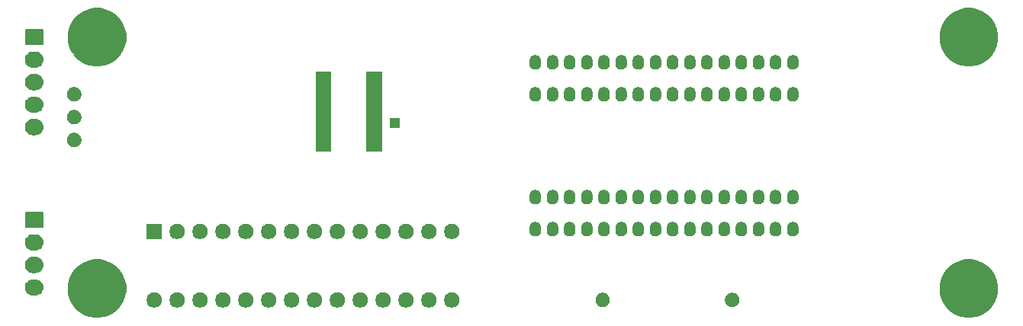
<source format=gbs>
G04 #@! TF.GenerationSoftware,KiCad,Pcbnew,(5.1.5-0-10_14)*
G04 #@! TF.CreationDate,2020-08-25T00:06:46+09:00*
G04 #@! TF.ProjectId,FPGA-X68k-ProCaseLED,46504741-2d58-4363-986b-2d50726f4361,rev?*
G04 #@! TF.SameCoordinates,Original*
G04 #@! TF.FileFunction,Soldermask,Bot*
G04 #@! TF.FilePolarity,Negative*
%FSLAX46Y46*%
G04 Gerber Fmt 4.6, Leading zero omitted, Abs format (unit mm)*
G04 Created by KiCad (PCBNEW (5.1.5-0-10_14)) date 2020-08-25 00:06:46*
%MOMM*%
%LPD*%
G04 APERTURE LIST*
%ADD10C,0.100000*%
G04 APERTURE END LIST*
D10*
G36*
X161524239Y-118731467D02*
G01*
X161838282Y-118793934D01*
X162429926Y-119039001D01*
X162962392Y-119394784D01*
X163415216Y-119847608D01*
X163770999Y-120380074D01*
X164012686Y-120963558D01*
X164016066Y-120971719D01*
X164141000Y-121599803D01*
X164141000Y-122240197D01*
X164101220Y-122440185D01*
X164016066Y-122868282D01*
X163770999Y-123459926D01*
X163588883Y-123732481D01*
X163436714Y-123960219D01*
X163415216Y-123992392D01*
X162962392Y-124445216D01*
X162429926Y-124800999D01*
X161838282Y-125046066D01*
X161524239Y-125108533D01*
X161210197Y-125171000D01*
X160569803Y-125171000D01*
X160255761Y-125108533D01*
X159941718Y-125046066D01*
X159350074Y-124800999D01*
X158817608Y-124445216D01*
X158364784Y-123992392D01*
X158343287Y-123960219D01*
X158191117Y-123732481D01*
X158009001Y-123459926D01*
X157763934Y-122868282D01*
X157678780Y-122440185D01*
X157639000Y-122240197D01*
X157639000Y-121599803D01*
X157763934Y-120971719D01*
X157767314Y-120963558D01*
X158009001Y-120380074D01*
X158364784Y-119847608D01*
X158817608Y-119394784D01*
X159350074Y-119039001D01*
X159941718Y-118793934D01*
X160255761Y-118731467D01*
X160569803Y-118669000D01*
X161210197Y-118669000D01*
X161524239Y-118731467D01*
G37*
G36*
X64769239Y-118731467D02*
G01*
X65083282Y-118793934D01*
X65674926Y-119039001D01*
X66207392Y-119394784D01*
X66660216Y-119847608D01*
X67015999Y-120380074D01*
X67257686Y-120963558D01*
X67261066Y-120971719D01*
X67386000Y-121599803D01*
X67386000Y-122240197D01*
X67346220Y-122440185D01*
X67261066Y-122868282D01*
X67015999Y-123459926D01*
X66833883Y-123732481D01*
X66681714Y-123960219D01*
X66660216Y-123992392D01*
X66207392Y-124445216D01*
X65674926Y-124800999D01*
X65083282Y-125046066D01*
X64769239Y-125108533D01*
X64455197Y-125171000D01*
X63814803Y-125171000D01*
X63500761Y-125108533D01*
X63186718Y-125046066D01*
X62595074Y-124800999D01*
X62062608Y-124445216D01*
X61609784Y-123992392D01*
X61588287Y-123960219D01*
X61436117Y-123732481D01*
X61254001Y-123459926D01*
X61008934Y-122868282D01*
X60923780Y-122440185D01*
X60884000Y-122240197D01*
X60884000Y-121599803D01*
X61008934Y-120971719D01*
X61012314Y-120963558D01*
X61254001Y-120380074D01*
X61609784Y-119847608D01*
X62062608Y-119394784D01*
X62595074Y-119039001D01*
X63186718Y-118793934D01*
X63500761Y-118731467D01*
X63814803Y-118669000D01*
X64455197Y-118669000D01*
X64769239Y-118731467D01*
G37*
G36*
X98673228Y-122371703D02*
G01*
X98828100Y-122435853D01*
X98967481Y-122528985D01*
X99086015Y-122647519D01*
X99179147Y-122786900D01*
X99243297Y-122941772D01*
X99276000Y-123106184D01*
X99276000Y-123273816D01*
X99243297Y-123438228D01*
X99179147Y-123593100D01*
X99086015Y-123732481D01*
X98967481Y-123851015D01*
X98828100Y-123944147D01*
X98673228Y-124008297D01*
X98508816Y-124041000D01*
X98341184Y-124041000D01*
X98176772Y-124008297D01*
X98021900Y-123944147D01*
X97882519Y-123851015D01*
X97763985Y-123732481D01*
X97670853Y-123593100D01*
X97606703Y-123438228D01*
X97574000Y-123273816D01*
X97574000Y-123106184D01*
X97606703Y-122941772D01*
X97670853Y-122786900D01*
X97763985Y-122647519D01*
X97882519Y-122528985D01*
X98021900Y-122435853D01*
X98176772Y-122371703D01*
X98341184Y-122339000D01*
X98508816Y-122339000D01*
X98673228Y-122371703D01*
G37*
G36*
X96133228Y-122371703D02*
G01*
X96288100Y-122435853D01*
X96427481Y-122528985D01*
X96546015Y-122647519D01*
X96639147Y-122786900D01*
X96703297Y-122941772D01*
X96736000Y-123106184D01*
X96736000Y-123273816D01*
X96703297Y-123438228D01*
X96639147Y-123593100D01*
X96546015Y-123732481D01*
X96427481Y-123851015D01*
X96288100Y-123944147D01*
X96133228Y-124008297D01*
X95968816Y-124041000D01*
X95801184Y-124041000D01*
X95636772Y-124008297D01*
X95481900Y-123944147D01*
X95342519Y-123851015D01*
X95223985Y-123732481D01*
X95130853Y-123593100D01*
X95066703Y-123438228D01*
X95034000Y-123273816D01*
X95034000Y-123106184D01*
X95066703Y-122941772D01*
X95130853Y-122786900D01*
X95223985Y-122647519D01*
X95342519Y-122528985D01*
X95481900Y-122435853D01*
X95636772Y-122371703D01*
X95801184Y-122339000D01*
X95968816Y-122339000D01*
X96133228Y-122371703D01*
G37*
G36*
X93593228Y-122371703D02*
G01*
X93748100Y-122435853D01*
X93887481Y-122528985D01*
X94006015Y-122647519D01*
X94099147Y-122786900D01*
X94163297Y-122941772D01*
X94196000Y-123106184D01*
X94196000Y-123273816D01*
X94163297Y-123438228D01*
X94099147Y-123593100D01*
X94006015Y-123732481D01*
X93887481Y-123851015D01*
X93748100Y-123944147D01*
X93593228Y-124008297D01*
X93428816Y-124041000D01*
X93261184Y-124041000D01*
X93096772Y-124008297D01*
X92941900Y-123944147D01*
X92802519Y-123851015D01*
X92683985Y-123732481D01*
X92590853Y-123593100D01*
X92526703Y-123438228D01*
X92494000Y-123273816D01*
X92494000Y-123106184D01*
X92526703Y-122941772D01*
X92590853Y-122786900D01*
X92683985Y-122647519D01*
X92802519Y-122528985D01*
X92941900Y-122435853D01*
X93096772Y-122371703D01*
X93261184Y-122339000D01*
X93428816Y-122339000D01*
X93593228Y-122371703D01*
G37*
G36*
X91053228Y-122371703D02*
G01*
X91208100Y-122435853D01*
X91347481Y-122528985D01*
X91466015Y-122647519D01*
X91559147Y-122786900D01*
X91623297Y-122941772D01*
X91656000Y-123106184D01*
X91656000Y-123273816D01*
X91623297Y-123438228D01*
X91559147Y-123593100D01*
X91466015Y-123732481D01*
X91347481Y-123851015D01*
X91208100Y-123944147D01*
X91053228Y-124008297D01*
X90888816Y-124041000D01*
X90721184Y-124041000D01*
X90556772Y-124008297D01*
X90401900Y-123944147D01*
X90262519Y-123851015D01*
X90143985Y-123732481D01*
X90050853Y-123593100D01*
X89986703Y-123438228D01*
X89954000Y-123273816D01*
X89954000Y-123106184D01*
X89986703Y-122941772D01*
X90050853Y-122786900D01*
X90143985Y-122647519D01*
X90262519Y-122528985D01*
X90401900Y-122435853D01*
X90556772Y-122371703D01*
X90721184Y-122339000D01*
X90888816Y-122339000D01*
X91053228Y-122371703D01*
G37*
G36*
X88513228Y-122371703D02*
G01*
X88668100Y-122435853D01*
X88807481Y-122528985D01*
X88926015Y-122647519D01*
X89019147Y-122786900D01*
X89083297Y-122941772D01*
X89116000Y-123106184D01*
X89116000Y-123273816D01*
X89083297Y-123438228D01*
X89019147Y-123593100D01*
X88926015Y-123732481D01*
X88807481Y-123851015D01*
X88668100Y-123944147D01*
X88513228Y-124008297D01*
X88348816Y-124041000D01*
X88181184Y-124041000D01*
X88016772Y-124008297D01*
X87861900Y-123944147D01*
X87722519Y-123851015D01*
X87603985Y-123732481D01*
X87510853Y-123593100D01*
X87446703Y-123438228D01*
X87414000Y-123273816D01*
X87414000Y-123106184D01*
X87446703Y-122941772D01*
X87510853Y-122786900D01*
X87603985Y-122647519D01*
X87722519Y-122528985D01*
X87861900Y-122435853D01*
X88016772Y-122371703D01*
X88181184Y-122339000D01*
X88348816Y-122339000D01*
X88513228Y-122371703D01*
G37*
G36*
X85973228Y-122371703D02*
G01*
X86128100Y-122435853D01*
X86267481Y-122528985D01*
X86386015Y-122647519D01*
X86479147Y-122786900D01*
X86543297Y-122941772D01*
X86576000Y-123106184D01*
X86576000Y-123273816D01*
X86543297Y-123438228D01*
X86479147Y-123593100D01*
X86386015Y-123732481D01*
X86267481Y-123851015D01*
X86128100Y-123944147D01*
X85973228Y-124008297D01*
X85808816Y-124041000D01*
X85641184Y-124041000D01*
X85476772Y-124008297D01*
X85321900Y-123944147D01*
X85182519Y-123851015D01*
X85063985Y-123732481D01*
X84970853Y-123593100D01*
X84906703Y-123438228D01*
X84874000Y-123273816D01*
X84874000Y-123106184D01*
X84906703Y-122941772D01*
X84970853Y-122786900D01*
X85063985Y-122647519D01*
X85182519Y-122528985D01*
X85321900Y-122435853D01*
X85476772Y-122371703D01*
X85641184Y-122339000D01*
X85808816Y-122339000D01*
X85973228Y-122371703D01*
G37*
G36*
X83433228Y-122371703D02*
G01*
X83588100Y-122435853D01*
X83727481Y-122528985D01*
X83846015Y-122647519D01*
X83939147Y-122786900D01*
X84003297Y-122941772D01*
X84036000Y-123106184D01*
X84036000Y-123273816D01*
X84003297Y-123438228D01*
X83939147Y-123593100D01*
X83846015Y-123732481D01*
X83727481Y-123851015D01*
X83588100Y-123944147D01*
X83433228Y-124008297D01*
X83268816Y-124041000D01*
X83101184Y-124041000D01*
X82936772Y-124008297D01*
X82781900Y-123944147D01*
X82642519Y-123851015D01*
X82523985Y-123732481D01*
X82430853Y-123593100D01*
X82366703Y-123438228D01*
X82334000Y-123273816D01*
X82334000Y-123106184D01*
X82366703Y-122941772D01*
X82430853Y-122786900D01*
X82523985Y-122647519D01*
X82642519Y-122528985D01*
X82781900Y-122435853D01*
X82936772Y-122371703D01*
X83101184Y-122339000D01*
X83268816Y-122339000D01*
X83433228Y-122371703D01*
G37*
G36*
X80893228Y-122371703D02*
G01*
X81048100Y-122435853D01*
X81187481Y-122528985D01*
X81306015Y-122647519D01*
X81399147Y-122786900D01*
X81463297Y-122941772D01*
X81496000Y-123106184D01*
X81496000Y-123273816D01*
X81463297Y-123438228D01*
X81399147Y-123593100D01*
X81306015Y-123732481D01*
X81187481Y-123851015D01*
X81048100Y-123944147D01*
X80893228Y-124008297D01*
X80728816Y-124041000D01*
X80561184Y-124041000D01*
X80396772Y-124008297D01*
X80241900Y-123944147D01*
X80102519Y-123851015D01*
X79983985Y-123732481D01*
X79890853Y-123593100D01*
X79826703Y-123438228D01*
X79794000Y-123273816D01*
X79794000Y-123106184D01*
X79826703Y-122941772D01*
X79890853Y-122786900D01*
X79983985Y-122647519D01*
X80102519Y-122528985D01*
X80241900Y-122435853D01*
X80396772Y-122371703D01*
X80561184Y-122339000D01*
X80728816Y-122339000D01*
X80893228Y-122371703D01*
G37*
G36*
X78353228Y-122371703D02*
G01*
X78508100Y-122435853D01*
X78647481Y-122528985D01*
X78766015Y-122647519D01*
X78859147Y-122786900D01*
X78923297Y-122941772D01*
X78956000Y-123106184D01*
X78956000Y-123273816D01*
X78923297Y-123438228D01*
X78859147Y-123593100D01*
X78766015Y-123732481D01*
X78647481Y-123851015D01*
X78508100Y-123944147D01*
X78353228Y-124008297D01*
X78188816Y-124041000D01*
X78021184Y-124041000D01*
X77856772Y-124008297D01*
X77701900Y-123944147D01*
X77562519Y-123851015D01*
X77443985Y-123732481D01*
X77350853Y-123593100D01*
X77286703Y-123438228D01*
X77254000Y-123273816D01*
X77254000Y-123106184D01*
X77286703Y-122941772D01*
X77350853Y-122786900D01*
X77443985Y-122647519D01*
X77562519Y-122528985D01*
X77701900Y-122435853D01*
X77856772Y-122371703D01*
X78021184Y-122339000D01*
X78188816Y-122339000D01*
X78353228Y-122371703D01*
G37*
G36*
X75813228Y-122371703D02*
G01*
X75968100Y-122435853D01*
X76107481Y-122528985D01*
X76226015Y-122647519D01*
X76319147Y-122786900D01*
X76383297Y-122941772D01*
X76416000Y-123106184D01*
X76416000Y-123273816D01*
X76383297Y-123438228D01*
X76319147Y-123593100D01*
X76226015Y-123732481D01*
X76107481Y-123851015D01*
X75968100Y-123944147D01*
X75813228Y-124008297D01*
X75648816Y-124041000D01*
X75481184Y-124041000D01*
X75316772Y-124008297D01*
X75161900Y-123944147D01*
X75022519Y-123851015D01*
X74903985Y-123732481D01*
X74810853Y-123593100D01*
X74746703Y-123438228D01*
X74714000Y-123273816D01*
X74714000Y-123106184D01*
X74746703Y-122941772D01*
X74810853Y-122786900D01*
X74903985Y-122647519D01*
X75022519Y-122528985D01*
X75161900Y-122435853D01*
X75316772Y-122371703D01*
X75481184Y-122339000D01*
X75648816Y-122339000D01*
X75813228Y-122371703D01*
G37*
G36*
X73273228Y-122371703D02*
G01*
X73428100Y-122435853D01*
X73567481Y-122528985D01*
X73686015Y-122647519D01*
X73779147Y-122786900D01*
X73843297Y-122941772D01*
X73876000Y-123106184D01*
X73876000Y-123273816D01*
X73843297Y-123438228D01*
X73779147Y-123593100D01*
X73686015Y-123732481D01*
X73567481Y-123851015D01*
X73428100Y-123944147D01*
X73273228Y-124008297D01*
X73108816Y-124041000D01*
X72941184Y-124041000D01*
X72776772Y-124008297D01*
X72621900Y-123944147D01*
X72482519Y-123851015D01*
X72363985Y-123732481D01*
X72270853Y-123593100D01*
X72206703Y-123438228D01*
X72174000Y-123273816D01*
X72174000Y-123106184D01*
X72206703Y-122941772D01*
X72270853Y-122786900D01*
X72363985Y-122647519D01*
X72482519Y-122528985D01*
X72621900Y-122435853D01*
X72776772Y-122371703D01*
X72941184Y-122339000D01*
X73108816Y-122339000D01*
X73273228Y-122371703D01*
G37*
G36*
X70733228Y-122371703D02*
G01*
X70888100Y-122435853D01*
X71027481Y-122528985D01*
X71146015Y-122647519D01*
X71239147Y-122786900D01*
X71303297Y-122941772D01*
X71336000Y-123106184D01*
X71336000Y-123273816D01*
X71303297Y-123438228D01*
X71239147Y-123593100D01*
X71146015Y-123732481D01*
X71027481Y-123851015D01*
X70888100Y-123944147D01*
X70733228Y-124008297D01*
X70568816Y-124041000D01*
X70401184Y-124041000D01*
X70236772Y-124008297D01*
X70081900Y-123944147D01*
X69942519Y-123851015D01*
X69823985Y-123732481D01*
X69730853Y-123593100D01*
X69666703Y-123438228D01*
X69634000Y-123273816D01*
X69634000Y-123106184D01*
X69666703Y-122941772D01*
X69730853Y-122786900D01*
X69823985Y-122647519D01*
X69942519Y-122528985D01*
X70081900Y-122435853D01*
X70236772Y-122371703D01*
X70401184Y-122339000D01*
X70568816Y-122339000D01*
X70733228Y-122371703D01*
G37*
G36*
X101213228Y-122371703D02*
G01*
X101368100Y-122435853D01*
X101507481Y-122528985D01*
X101626015Y-122647519D01*
X101719147Y-122786900D01*
X101783297Y-122941772D01*
X101816000Y-123106184D01*
X101816000Y-123273816D01*
X101783297Y-123438228D01*
X101719147Y-123593100D01*
X101626015Y-123732481D01*
X101507481Y-123851015D01*
X101368100Y-123944147D01*
X101213228Y-124008297D01*
X101048816Y-124041000D01*
X100881184Y-124041000D01*
X100716772Y-124008297D01*
X100561900Y-123944147D01*
X100422519Y-123851015D01*
X100303985Y-123732481D01*
X100210853Y-123593100D01*
X100146703Y-123438228D01*
X100114000Y-123273816D01*
X100114000Y-123106184D01*
X100146703Y-122941772D01*
X100210853Y-122786900D01*
X100303985Y-122647519D01*
X100422519Y-122528985D01*
X100561900Y-122435853D01*
X100716772Y-122371703D01*
X100881184Y-122339000D01*
X101048816Y-122339000D01*
X101213228Y-122371703D01*
G37*
G36*
X103753228Y-122371703D02*
G01*
X103908100Y-122435853D01*
X104047481Y-122528985D01*
X104166015Y-122647519D01*
X104259147Y-122786900D01*
X104323297Y-122941772D01*
X104356000Y-123106184D01*
X104356000Y-123273816D01*
X104323297Y-123438228D01*
X104259147Y-123593100D01*
X104166015Y-123732481D01*
X104047481Y-123851015D01*
X103908100Y-123944147D01*
X103753228Y-124008297D01*
X103588816Y-124041000D01*
X103421184Y-124041000D01*
X103256772Y-124008297D01*
X103101900Y-123944147D01*
X102962519Y-123851015D01*
X102843985Y-123732481D01*
X102750853Y-123593100D01*
X102686703Y-123438228D01*
X102654000Y-123273816D01*
X102654000Y-123106184D01*
X102686703Y-122941772D01*
X102750853Y-122786900D01*
X102843985Y-122647519D01*
X102962519Y-122528985D01*
X103101900Y-122435853D01*
X103256772Y-122371703D01*
X103421184Y-122339000D01*
X103588816Y-122339000D01*
X103753228Y-122371703D01*
G37*
G36*
X134853642Y-122419781D02*
G01*
X134999414Y-122480162D01*
X134999416Y-122480163D01*
X135130608Y-122567822D01*
X135242178Y-122679392D01*
X135314012Y-122786900D01*
X135329838Y-122810586D01*
X135390219Y-122956358D01*
X135421000Y-123111107D01*
X135421000Y-123268893D01*
X135390219Y-123423642D01*
X135329838Y-123569414D01*
X135329837Y-123569416D01*
X135242178Y-123700608D01*
X135130608Y-123812178D01*
X134999416Y-123899837D01*
X134999415Y-123899838D01*
X134999414Y-123899838D01*
X134853642Y-123960219D01*
X134698893Y-123991000D01*
X134541107Y-123991000D01*
X134386358Y-123960219D01*
X134240586Y-123899838D01*
X134240585Y-123899838D01*
X134240584Y-123899837D01*
X134109392Y-123812178D01*
X133997822Y-123700608D01*
X133910163Y-123569416D01*
X133910162Y-123569414D01*
X133849781Y-123423642D01*
X133819000Y-123268893D01*
X133819000Y-123111107D01*
X133849781Y-122956358D01*
X133910162Y-122810586D01*
X133925988Y-122786900D01*
X133997822Y-122679392D01*
X134109392Y-122567822D01*
X134240584Y-122480163D01*
X134240586Y-122480162D01*
X134386358Y-122419781D01*
X134541107Y-122389000D01*
X134698893Y-122389000D01*
X134853642Y-122419781D01*
G37*
G36*
X120483642Y-122419781D02*
G01*
X120629414Y-122480162D01*
X120629416Y-122480163D01*
X120760608Y-122567822D01*
X120872178Y-122679392D01*
X120944012Y-122786900D01*
X120959838Y-122810586D01*
X121020219Y-122956358D01*
X121051000Y-123111107D01*
X121051000Y-123268893D01*
X121020219Y-123423642D01*
X120959838Y-123569414D01*
X120959837Y-123569416D01*
X120872178Y-123700608D01*
X120760608Y-123812178D01*
X120629416Y-123899837D01*
X120629415Y-123899838D01*
X120629414Y-123899838D01*
X120483642Y-123960219D01*
X120328893Y-123991000D01*
X120171107Y-123991000D01*
X120016358Y-123960219D01*
X119870586Y-123899838D01*
X119870585Y-123899838D01*
X119870584Y-123899837D01*
X119739392Y-123812178D01*
X119627822Y-123700608D01*
X119540163Y-123569416D01*
X119540162Y-123569414D01*
X119479781Y-123423642D01*
X119449000Y-123268893D01*
X119449000Y-123111107D01*
X119479781Y-122956358D01*
X119540162Y-122810586D01*
X119555988Y-122786900D01*
X119627822Y-122679392D01*
X119739392Y-122567822D01*
X119870584Y-122480163D01*
X119870586Y-122480162D01*
X120016358Y-122419781D01*
X120171107Y-122389000D01*
X120328893Y-122389000D01*
X120483642Y-122419781D01*
G37*
G36*
X57385443Y-120905519D02*
G01*
X57451627Y-120912037D01*
X57621466Y-120963557D01*
X57777991Y-121047222D01*
X57813729Y-121076552D01*
X57915186Y-121159814D01*
X57998448Y-121261271D01*
X58027778Y-121297009D01*
X58111443Y-121453534D01*
X58162963Y-121623373D01*
X58180359Y-121800000D01*
X58162963Y-121976627D01*
X58111443Y-122146466D01*
X58027778Y-122302991D01*
X57998448Y-122338729D01*
X57915186Y-122440186D01*
X57813729Y-122523448D01*
X57777991Y-122552778D01*
X57621466Y-122636443D01*
X57451627Y-122687963D01*
X57385442Y-122694482D01*
X57319260Y-122701000D01*
X56980740Y-122701000D01*
X56914558Y-122694482D01*
X56848373Y-122687963D01*
X56678534Y-122636443D01*
X56522009Y-122552778D01*
X56486271Y-122523448D01*
X56384814Y-122440186D01*
X56301552Y-122338729D01*
X56272222Y-122302991D01*
X56188557Y-122146466D01*
X56137037Y-121976627D01*
X56119641Y-121800000D01*
X56137037Y-121623373D01*
X56188557Y-121453534D01*
X56272222Y-121297009D01*
X56301552Y-121261271D01*
X56384814Y-121159814D01*
X56486271Y-121076552D01*
X56522009Y-121047222D01*
X56678534Y-120963557D01*
X56848373Y-120912037D01*
X56914557Y-120905519D01*
X56980740Y-120899000D01*
X57319260Y-120899000D01*
X57385443Y-120905519D01*
G37*
G36*
X57385443Y-118405519D02*
G01*
X57451627Y-118412037D01*
X57621466Y-118463557D01*
X57777991Y-118547222D01*
X57813729Y-118576552D01*
X57915186Y-118659814D01*
X57998448Y-118761271D01*
X58027778Y-118797009D01*
X58111443Y-118953534D01*
X58162963Y-119123373D01*
X58180359Y-119300000D01*
X58162963Y-119476627D01*
X58111443Y-119646466D01*
X58027778Y-119802991D01*
X57998448Y-119838729D01*
X57915186Y-119940186D01*
X57813729Y-120023448D01*
X57777991Y-120052778D01*
X57621466Y-120136443D01*
X57451627Y-120187963D01*
X57385443Y-120194481D01*
X57319260Y-120201000D01*
X56980740Y-120201000D01*
X56914557Y-120194481D01*
X56848373Y-120187963D01*
X56678534Y-120136443D01*
X56522009Y-120052778D01*
X56486271Y-120023448D01*
X56384814Y-119940186D01*
X56301552Y-119838729D01*
X56272222Y-119802991D01*
X56188557Y-119646466D01*
X56137037Y-119476627D01*
X56119641Y-119300000D01*
X56137037Y-119123373D01*
X56188557Y-118953534D01*
X56272222Y-118797009D01*
X56301552Y-118761271D01*
X56384814Y-118659814D01*
X56486271Y-118576552D01*
X56522009Y-118547222D01*
X56678534Y-118463557D01*
X56848373Y-118412037D01*
X56914557Y-118405519D01*
X56980740Y-118399000D01*
X57319260Y-118399000D01*
X57385443Y-118405519D01*
G37*
G36*
X57385442Y-115905518D02*
G01*
X57451627Y-115912037D01*
X57621466Y-115963557D01*
X57777991Y-116047222D01*
X57813729Y-116076552D01*
X57915186Y-116159814D01*
X57973618Y-116231015D01*
X58027778Y-116297009D01*
X58111443Y-116453534D01*
X58162963Y-116623373D01*
X58180359Y-116800000D01*
X58162963Y-116976627D01*
X58111443Y-117146466D01*
X58027778Y-117302991D01*
X57998448Y-117338729D01*
X57915186Y-117440186D01*
X57813729Y-117523448D01*
X57777991Y-117552778D01*
X57621466Y-117636443D01*
X57451627Y-117687963D01*
X57385443Y-117694481D01*
X57319260Y-117701000D01*
X56980740Y-117701000D01*
X56914557Y-117694481D01*
X56848373Y-117687963D01*
X56678534Y-117636443D01*
X56522009Y-117552778D01*
X56486271Y-117523448D01*
X56384814Y-117440186D01*
X56301552Y-117338729D01*
X56272222Y-117302991D01*
X56188557Y-117146466D01*
X56137037Y-116976627D01*
X56119641Y-116800000D01*
X56137037Y-116623373D01*
X56188557Y-116453534D01*
X56272222Y-116297009D01*
X56326382Y-116231015D01*
X56384814Y-116159814D01*
X56486271Y-116076552D01*
X56522009Y-116047222D01*
X56678534Y-115963557D01*
X56848373Y-115912037D01*
X56914558Y-115905518D01*
X56980740Y-115899000D01*
X57319260Y-115899000D01*
X57385442Y-115905518D01*
G37*
G36*
X73273228Y-114751703D02*
G01*
X73428100Y-114815853D01*
X73567481Y-114908985D01*
X73686015Y-115027519D01*
X73779147Y-115166900D01*
X73843297Y-115321772D01*
X73876000Y-115486184D01*
X73876000Y-115653816D01*
X73843297Y-115818228D01*
X73779147Y-115973100D01*
X73686015Y-116112481D01*
X73567481Y-116231015D01*
X73428100Y-116324147D01*
X73273228Y-116388297D01*
X73108816Y-116421000D01*
X72941184Y-116421000D01*
X72776772Y-116388297D01*
X72621900Y-116324147D01*
X72482519Y-116231015D01*
X72363985Y-116112481D01*
X72270853Y-115973100D01*
X72206703Y-115818228D01*
X72174000Y-115653816D01*
X72174000Y-115486184D01*
X72206703Y-115321772D01*
X72270853Y-115166900D01*
X72363985Y-115027519D01*
X72482519Y-114908985D01*
X72621900Y-114815853D01*
X72776772Y-114751703D01*
X72941184Y-114719000D01*
X73108816Y-114719000D01*
X73273228Y-114751703D01*
G37*
G36*
X85973228Y-114751703D02*
G01*
X86128100Y-114815853D01*
X86267481Y-114908985D01*
X86386015Y-115027519D01*
X86479147Y-115166900D01*
X86543297Y-115321772D01*
X86576000Y-115486184D01*
X86576000Y-115653816D01*
X86543297Y-115818228D01*
X86479147Y-115973100D01*
X86386015Y-116112481D01*
X86267481Y-116231015D01*
X86128100Y-116324147D01*
X85973228Y-116388297D01*
X85808816Y-116421000D01*
X85641184Y-116421000D01*
X85476772Y-116388297D01*
X85321900Y-116324147D01*
X85182519Y-116231015D01*
X85063985Y-116112481D01*
X84970853Y-115973100D01*
X84906703Y-115818228D01*
X84874000Y-115653816D01*
X84874000Y-115486184D01*
X84906703Y-115321772D01*
X84970853Y-115166900D01*
X85063985Y-115027519D01*
X85182519Y-114908985D01*
X85321900Y-114815853D01*
X85476772Y-114751703D01*
X85641184Y-114719000D01*
X85808816Y-114719000D01*
X85973228Y-114751703D01*
G37*
G36*
X103753228Y-114751703D02*
G01*
X103908100Y-114815853D01*
X104047481Y-114908985D01*
X104166015Y-115027519D01*
X104259147Y-115166900D01*
X104323297Y-115321772D01*
X104356000Y-115486184D01*
X104356000Y-115653816D01*
X104323297Y-115818228D01*
X104259147Y-115973100D01*
X104166015Y-116112481D01*
X104047481Y-116231015D01*
X103908100Y-116324147D01*
X103753228Y-116388297D01*
X103588816Y-116421000D01*
X103421184Y-116421000D01*
X103256772Y-116388297D01*
X103101900Y-116324147D01*
X102962519Y-116231015D01*
X102843985Y-116112481D01*
X102750853Y-115973100D01*
X102686703Y-115818228D01*
X102654000Y-115653816D01*
X102654000Y-115486184D01*
X102686703Y-115321772D01*
X102750853Y-115166900D01*
X102843985Y-115027519D01*
X102962519Y-114908985D01*
X103101900Y-114815853D01*
X103256772Y-114751703D01*
X103421184Y-114719000D01*
X103588816Y-114719000D01*
X103753228Y-114751703D01*
G37*
G36*
X71336000Y-116421000D02*
G01*
X69634000Y-116421000D01*
X69634000Y-114719000D01*
X71336000Y-114719000D01*
X71336000Y-116421000D01*
G37*
G36*
X101213228Y-114751703D02*
G01*
X101368100Y-114815853D01*
X101507481Y-114908985D01*
X101626015Y-115027519D01*
X101719147Y-115166900D01*
X101783297Y-115321772D01*
X101816000Y-115486184D01*
X101816000Y-115653816D01*
X101783297Y-115818228D01*
X101719147Y-115973100D01*
X101626015Y-116112481D01*
X101507481Y-116231015D01*
X101368100Y-116324147D01*
X101213228Y-116388297D01*
X101048816Y-116421000D01*
X100881184Y-116421000D01*
X100716772Y-116388297D01*
X100561900Y-116324147D01*
X100422519Y-116231015D01*
X100303985Y-116112481D01*
X100210853Y-115973100D01*
X100146703Y-115818228D01*
X100114000Y-115653816D01*
X100114000Y-115486184D01*
X100146703Y-115321772D01*
X100210853Y-115166900D01*
X100303985Y-115027519D01*
X100422519Y-114908985D01*
X100561900Y-114815853D01*
X100716772Y-114751703D01*
X100881184Y-114719000D01*
X101048816Y-114719000D01*
X101213228Y-114751703D01*
G37*
G36*
X75813228Y-114751703D02*
G01*
X75968100Y-114815853D01*
X76107481Y-114908985D01*
X76226015Y-115027519D01*
X76319147Y-115166900D01*
X76383297Y-115321772D01*
X76416000Y-115486184D01*
X76416000Y-115653816D01*
X76383297Y-115818228D01*
X76319147Y-115973100D01*
X76226015Y-116112481D01*
X76107481Y-116231015D01*
X75968100Y-116324147D01*
X75813228Y-116388297D01*
X75648816Y-116421000D01*
X75481184Y-116421000D01*
X75316772Y-116388297D01*
X75161900Y-116324147D01*
X75022519Y-116231015D01*
X74903985Y-116112481D01*
X74810853Y-115973100D01*
X74746703Y-115818228D01*
X74714000Y-115653816D01*
X74714000Y-115486184D01*
X74746703Y-115321772D01*
X74810853Y-115166900D01*
X74903985Y-115027519D01*
X75022519Y-114908985D01*
X75161900Y-114815853D01*
X75316772Y-114751703D01*
X75481184Y-114719000D01*
X75648816Y-114719000D01*
X75813228Y-114751703D01*
G37*
G36*
X98673228Y-114751703D02*
G01*
X98828100Y-114815853D01*
X98967481Y-114908985D01*
X99086015Y-115027519D01*
X99179147Y-115166900D01*
X99243297Y-115321772D01*
X99276000Y-115486184D01*
X99276000Y-115653816D01*
X99243297Y-115818228D01*
X99179147Y-115973100D01*
X99086015Y-116112481D01*
X98967481Y-116231015D01*
X98828100Y-116324147D01*
X98673228Y-116388297D01*
X98508816Y-116421000D01*
X98341184Y-116421000D01*
X98176772Y-116388297D01*
X98021900Y-116324147D01*
X97882519Y-116231015D01*
X97763985Y-116112481D01*
X97670853Y-115973100D01*
X97606703Y-115818228D01*
X97574000Y-115653816D01*
X97574000Y-115486184D01*
X97606703Y-115321772D01*
X97670853Y-115166900D01*
X97763985Y-115027519D01*
X97882519Y-114908985D01*
X98021900Y-114815853D01*
X98176772Y-114751703D01*
X98341184Y-114719000D01*
X98508816Y-114719000D01*
X98673228Y-114751703D01*
G37*
G36*
X78353228Y-114751703D02*
G01*
X78508100Y-114815853D01*
X78647481Y-114908985D01*
X78766015Y-115027519D01*
X78859147Y-115166900D01*
X78923297Y-115321772D01*
X78956000Y-115486184D01*
X78956000Y-115653816D01*
X78923297Y-115818228D01*
X78859147Y-115973100D01*
X78766015Y-116112481D01*
X78647481Y-116231015D01*
X78508100Y-116324147D01*
X78353228Y-116388297D01*
X78188816Y-116421000D01*
X78021184Y-116421000D01*
X77856772Y-116388297D01*
X77701900Y-116324147D01*
X77562519Y-116231015D01*
X77443985Y-116112481D01*
X77350853Y-115973100D01*
X77286703Y-115818228D01*
X77254000Y-115653816D01*
X77254000Y-115486184D01*
X77286703Y-115321772D01*
X77350853Y-115166900D01*
X77443985Y-115027519D01*
X77562519Y-114908985D01*
X77701900Y-114815853D01*
X77856772Y-114751703D01*
X78021184Y-114719000D01*
X78188816Y-114719000D01*
X78353228Y-114751703D01*
G37*
G36*
X96133228Y-114751703D02*
G01*
X96288100Y-114815853D01*
X96427481Y-114908985D01*
X96546015Y-115027519D01*
X96639147Y-115166900D01*
X96703297Y-115321772D01*
X96736000Y-115486184D01*
X96736000Y-115653816D01*
X96703297Y-115818228D01*
X96639147Y-115973100D01*
X96546015Y-116112481D01*
X96427481Y-116231015D01*
X96288100Y-116324147D01*
X96133228Y-116388297D01*
X95968816Y-116421000D01*
X95801184Y-116421000D01*
X95636772Y-116388297D01*
X95481900Y-116324147D01*
X95342519Y-116231015D01*
X95223985Y-116112481D01*
X95130853Y-115973100D01*
X95066703Y-115818228D01*
X95034000Y-115653816D01*
X95034000Y-115486184D01*
X95066703Y-115321772D01*
X95130853Y-115166900D01*
X95223985Y-115027519D01*
X95342519Y-114908985D01*
X95481900Y-114815853D01*
X95636772Y-114751703D01*
X95801184Y-114719000D01*
X95968816Y-114719000D01*
X96133228Y-114751703D01*
G37*
G36*
X80893228Y-114751703D02*
G01*
X81048100Y-114815853D01*
X81187481Y-114908985D01*
X81306015Y-115027519D01*
X81399147Y-115166900D01*
X81463297Y-115321772D01*
X81496000Y-115486184D01*
X81496000Y-115653816D01*
X81463297Y-115818228D01*
X81399147Y-115973100D01*
X81306015Y-116112481D01*
X81187481Y-116231015D01*
X81048100Y-116324147D01*
X80893228Y-116388297D01*
X80728816Y-116421000D01*
X80561184Y-116421000D01*
X80396772Y-116388297D01*
X80241900Y-116324147D01*
X80102519Y-116231015D01*
X79983985Y-116112481D01*
X79890853Y-115973100D01*
X79826703Y-115818228D01*
X79794000Y-115653816D01*
X79794000Y-115486184D01*
X79826703Y-115321772D01*
X79890853Y-115166900D01*
X79983985Y-115027519D01*
X80102519Y-114908985D01*
X80241900Y-114815853D01*
X80396772Y-114751703D01*
X80561184Y-114719000D01*
X80728816Y-114719000D01*
X80893228Y-114751703D01*
G37*
G36*
X93593228Y-114751703D02*
G01*
X93748100Y-114815853D01*
X93887481Y-114908985D01*
X94006015Y-115027519D01*
X94099147Y-115166900D01*
X94163297Y-115321772D01*
X94196000Y-115486184D01*
X94196000Y-115653816D01*
X94163297Y-115818228D01*
X94099147Y-115973100D01*
X94006015Y-116112481D01*
X93887481Y-116231015D01*
X93748100Y-116324147D01*
X93593228Y-116388297D01*
X93428816Y-116421000D01*
X93261184Y-116421000D01*
X93096772Y-116388297D01*
X92941900Y-116324147D01*
X92802519Y-116231015D01*
X92683985Y-116112481D01*
X92590853Y-115973100D01*
X92526703Y-115818228D01*
X92494000Y-115653816D01*
X92494000Y-115486184D01*
X92526703Y-115321772D01*
X92590853Y-115166900D01*
X92683985Y-115027519D01*
X92802519Y-114908985D01*
X92941900Y-114815853D01*
X93096772Y-114751703D01*
X93261184Y-114719000D01*
X93428816Y-114719000D01*
X93593228Y-114751703D01*
G37*
G36*
X83433228Y-114751703D02*
G01*
X83588100Y-114815853D01*
X83727481Y-114908985D01*
X83846015Y-115027519D01*
X83939147Y-115166900D01*
X84003297Y-115321772D01*
X84036000Y-115486184D01*
X84036000Y-115653816D01*
X84003297Y-115818228D01*
X83939147Y-115973100D01*
X83846015Y-116112481D01*
X83727481Y-116231015D01*
X83588100Y-116324147D01*
X83433228Y-116388297D01*
X83268816Y-116421000D01*
X83101184Y-116421000D01*
X82936772Y-116388297D01*
X82781900Y-116324147D01*
X82642519Y-116231015D01*
X82523985Y-116112481D01*
X82430853Y-115973100D01*
X82366703Y-115818228D01*
X82334000Y-115653816D01*
X82334000Y-115486184D01*
X82366703Y-115321772D01*
X82430853Y-115166900D01*
X82523985Y-115027519D01*
X82642519Y-114908985D01*
X82781900Y-114815853D01*
X82936772Y-114751703D01*
X83101184Y-114719000D01*
X83268816Y-114719000D01*
X83433228Y-114751703D01*
G37*
G36*
X91053228Y-114751703D02*
G01*
X91208100Y-114815853D01*
X91347481Y-114908985D01*
X91466015Y-115027519D01*
X91559147Y-115166900D01*
X91623297Y-115321772D01*
X91656000Y-115486184D01*
X91656000Y-115653816D01*
X91623297Y-115818228D01*
X91559147Y-115973100D01*
X91466015Y-116112481D01*
X91347481Y-116231015D01*
X91208100Y-116324147D01*
X91053228Y-116388297D01*
X90888816Y-116421000D01*
X90721184Y-116421000D01*
X90556772Y-116388297D01*
X90401900Y-116324147D01*
X90262519Y-116231015D01*
X90143985Y-116112481D01*
X90050853Y-115973100D01*
X89986703Y-115818228D01*
X89954000Y-115653816D01*
X89954000Y-115486184D01*
X89986703Y-115321772D01*
X90050853Y-115166900D01*
X90143985Y-115027519D01*
X90262519Y-114908985D01*
X90401900Y-114815853D01*
X90556772Y-114751703D01*
X90721184Y-114719000D01*
X90888816Y-114719000D01*
X91053228Y-114751703D01*
G37*
G36*
X88513228Y-114751703D02*
G01*
X88668100Y-114815853D01*
X88807481Y-114908985D01*
X88926015Y-115027519D01*
X89019147Y-115166900D01*
X89083297Y-115321772D01*
X89116000Y-115486184D01*
X89116000Y-115653816D01*
X89083297Y-115818228D01*
X89019147Y-115973100D01*
X88926015Y-116112481D01*
X88807481Y-116231015D01*
X88668100Y-116324147D01*
X88513228Y-116388297D01*
X88348816Y-116421000D01*
X88181184Y-116421000D01*
X88016772Y-116388297D01*
X87861900Y-116324147D01*
X87722519Y-116231015D01*
X87603985Y-116112481D01*
X87510853Y-115973100D01*
X87446703Y-115818228D01*
X87414000Y-115653816D01*
X87414000Y-115486184D01*
X87446703Y-115321772D01*
X87510853Y-115166900D01*
X87603985Y-115027519D01*
X87722519Y-114908985D01*
X87861900Y-114815853D01*
X88016772Y-114751703D01*
X88181184Y-114719000D01*
X88348816Y-114719000D01*
X88513228Y-114751703D01*
G37*
G36*
X112903618Y-114512420D02*
G01*
X112994404Y-114539960D01*
X113026336Y-114549646D01*
X113139425Y-114610094D01*
X113238554Y-114691446D01*
X113319906Y-114790575D01*
X113380354Y-114903664D01*
X113380355Y-114903668D01*
X113417580Y-115026383D01*
X113427000Y-115122028D01*
X113427000Y-115509973D01*
X113417580Y-115605618D01*
X113402959Y-115653816D01*
X113380354Y-115728336D01*
X113319906Y-115841425D01*
X113238554Y-115940553D01*
X113139424Y-116021906D01*
X113026335Y-116082354D01*
X112994403Y-116092040D01*
X112903617Y-116119580D01*
X112776000Y-116132149D01*
X112648382Y-116119580D01*
X112557596Y-116092040D01*
X112525664Y-116082354D01*
X112412575Y-116021906D01*
X112313447Y-115940554D01*
X112232094Y-115841424D01*
X112171646Y-115728335D01*
X112149041Y-115653815D01*
X112134420Y-115605617D01*
X112125000Y-115509972D01*
X112125000Y-115122027D01*
X112134420Y-115026382D01*
X112171645Y-114903668D01*
X112171646Y-114903664D01*
X112232094Y-114790575D01*
X112313446Y-114691447D01*
X112412576Y-114610094D01*
X112525665Y-114549646D01*
X112557597Y-114539960D01*
X112648383Y-114512420D01*
X112776000Y-114499851D01*
X112903618Y-114512420D01*
G37*
G36*
X114808618Y-114512420D02*
G01*
X114899404Y-114539960D01*
X114931336Y-114549646D01*
X115044425Y-114610094D01*
X115143554Y-114691446D01*
X115224906Y-114790575D01*
X115285354Y-114903664D01*
X115285355Y-114903668D01*
X115322580Y-115026383D01*
X115332000Y-115122028D01*
X115332000Y-115509973D01*
X115322580Y-115605618D01*
X115307959Y-115653816D01*
X115285354Y-115728336D01*
X115224906Y-115841425D01*
X115143554Y-115940553D01*
X115044424Y-116021906D01*
X114931335Y-116082354D01*
X114899403Y-116092040D01*
X114808617Y-116119580D01*
X114681000Y-116132149D01*
X114553382Y-116119580D01*
X114462596Y-116092040D01*
X114430664Y-116082354D01*
X114317575Y-116021906D01*
X114218447Y-115940554D01*
X114137094Y-115841424D01*
X114076646Y-115728335D01*
X114054041Y-115653815D01*
X114039420Y-115605617D01*
X114030000Y-115509972D01*
X114030000Y-115122027D01*
X114039420Y-115026382D01*
X114076645Y-114903668D01*
X114076646Y-114903664D01*
X114137094Y-114790575D01*
X114218446Y-114691447D01*
X114317576Y-114610094D01*
X114430665Y-114549646D01*
X114462597Y-114539960D01*
X114553383Y-114512420D01*
X114681000Y-114499851D01*
X114808618Y-114512420D01*
G37*
G36*
X116713618Y-114512420D02*
G01*
X116804404Y-114539960D01*
X116836336Y-114549646D01*
X116949425Y-114610094D01*
X117048554Y-114691446D01*
X117129906Y-114790575D01*
X117190354Y-114903664D01*
X117190355Y-114903668D01*
X117227580Y-115026383D01*
X117237000Y-115122028D01*
X117237000Y-115509973D01*
X117227580Y-115605618D01*
X117212959Y-115653816D01*
X117190354Y-115728336D01*
X117129906Y-115841425D01*
X117048554Y-115940553D01*
X116949424Y-116021906D01*
X116836335Y-116082354D01*
X116804403Y-116092040D01*
X116713617Y-116119580D01*
X116586000Y-116132149D01*
X116458382Y-116119580D01*
X116367596Y-116092040D01*
X116335664Y-116082354D01*
X116222575Y-116021906D01*
X116123447Y-115940554D01*
X116042094Y-115841424D01*
X115981646Y-115728335D01*
X115959041Y-115653815D01*
X115944420Y-115605617D01*
X115935000Y-115509972D01*
X115935000Y-115122027D01*
X115944420Y-115026382D01*
X115981645Y-114903668D01*
X115981646Y-114903664D01*
X116042094Y-114790575D01*
X116123446Y-114691447D01*
X116222576Y-114610094D01*
X116335665Y-114549646D01*
X116367597Y-114539960D01*
X116458383Y-114512420D01*
X116586000Y-114499851D01*
X116713618Y-114512420D01*
G37*
G36*
X128143618Y-114512420D02*
G01*
X128234404Y-114539960D01*
X128266336Y-114549646D01*
X128379425Y-114610094D01*
X128478554Y-114691446D01*
X128559906Y-114790575D01*
X128620354Y-114903664D01*
X128620355Y-114903668D01*
X128657580Y-115026383D01*
X128667000Y-115122028D01*
X128667000Y-115509973D01*
X128657580Y-115605618D01*
X128642959Y-115653816D01*
X128620354Y-115728336D01*
X128559906Y-115841425D01*
X128478554Y-115940553D01*
X128379424Y-116021906D01*
X128266335Y-116082354D01*
X128234403Y-116092040D01*
X128143617Y-116119580D01*
X128016000Y-116132149D01*
X127888382Y-116119580D01*
X127797596Y-116092040D01*
X127765664Y-116082354D01*
X127652575Y-116021906D01*
X127553447Y-115940554D01*
X127472094Y-115841424D01*
X127411646Y-115728335D01*
X127389041Y-115653815D01*
X127374420Y-115605617D01*
X127365000Y-115509972D01*
X127365000Y-115122027D01*
X127374420Y-115026382D01*
X127411645Y-114903668D01*
X127411646Y-114903664D01*
X127472094Y-114790575D01*
X127553446Y-114691447D01*
X127652576Y-114610094D01*
X127765665Y-114549646D01*
X127797597Y-114539960D01*
X127888383Y-114512420D01*
X128016000Y-114499851D01*
X128143618Y-114512420D01*
G37*
G36*
X118618618Y-114512420D02*
G01*
X118709404Y-114539960D01*
X118741336Y-114549646D01*
X118854425Y-114610094D01*
X118953554Y-114691446D01*
X119034906Y-114790575D01*
X119095354Y-114903664D01*
X119095355Y-114903668D01*
X119132580Y-115026383D01*
X119142000Y-115122028D01*
X119142000Y-115509973D01*
X119132580Y-115605618D01*
X119117959Y-115653816D01*
X119095354Y-115728336D01*
X119034906Y-115841425D01*
X118953554Y-115940553D01*
X118854424Y-116021906D01*
X118741335Y-116082354D01*
X118709403Y-116092040D01*
X118618617Y-116119580D01*
X118491000Y-116132149D01*
X118363382Y-116119580D01*
X118272596Y-116092040D01*
X118240664Y-116082354D01*
X118127575Y-116021906D01*
X118028447Y-115940554D01*
X117947094Y-115841424D01*
X117886646Y-115728335D01*
X117864041Y-115653815D01*
X117849420Y-115605617D01*
X117840000Y-115509972D01*
X117840000Y-115122027D01*
X117849420Y-115026382D01*
X117886645Y-114903668D01*
X117886646Y-114903664D01*
X117947094Y-114790575D01*
X118028446Y-114691447D01*
X118127576Y-114610094D01*
X118240665Y-114549646D01*
X118272597Y-114539960D01*
X118363383Y-114512420D01*
X118491000Y-114499851D01*
X118618618Y-114512420D01*
G37*
G36*
X120523618Y-114512420D02*
G01*
X120614404Y-114539960D01*
X120646336Y-114549646D01*
X120759425Y-114610094D01*
X120858554Y-114691446D01*
X120939906Y-114790575D01*
X121000354Y-114903664D01*
X121000355Y-114903668D01*
X121037580Y-115026383D01*
X121047000Y-115122028D01*
X121047000Y-115509973D01*
X121037580Y-115605618D01*
X121022959Y-115653816D01*
X121000354Y-115728336D01*
X120939906Y-115841425D01*
X120858554Y-115940553D01*
X120759424Y-116021906D01*
X120646335Y-116082354D01*
X120614403Y-116092040D01*
X120523617Y-116119580D01*
X120396000Y-116132149D01*
X120268382Y-116119580D01*
X120177596Y-116092040D01*
X120145664Y-116082354D01*
X120032575Y-116021906D01*
X119933447Y-115940554D01*
X119852094Y-115841424D01*
X119791646Y-115728335D01*
X119769041Y-115653815D01*
X119754420Y-115605617D01*
X119745000Y-115509972D01*
X119745000Y-115122027D01*
X119754420Y-115026382D01*
X119791645Y-114903668D01*
X119791646Y-114903664D01*
X119852094Y-114790575D01*
X119933446Y-114691447D01*
X120032576Y-114610094D01*
X120145665Y-114549646D01*
X120177597Y-114539960D01*
X120268383Y-114512420D01*
X120396000Y-114499851D01*
X120523618Y-114512420D01*
G37*
G36*
X122428618Y-114512420D02*
G01*
X122519404Y-114539960D01*
X122551336Y-114549646D01*
X122664425Y-114610094D01*
X122763554Y-114691446D01*
X122844906Y-114790575D01*
X122905354Y-114903664D01*
X122905355Y-114903668D01*
X122942580Y-115026383D01*
X122952000Y-115122028D01*
X122952000Y-115509973D01*
X122942580Y-115605618D01*
X122927959Y-115653816D01*
X122905354Y-115728336D01*
X122844906Y-115841425D01*
X122763554Y-115940553D01*
X122664424Y-116021906D01*
X122551335Y-116082354D01*
X122519403Y-116092040D01*
X122428617Y-116119580D01*
X122301000Y-116132149D01*
X122173382Y-116119580D01*
X122082596Y-116092040D01*
X122050664Y-116082354D01*
X121937575Y-116021906D01*
X121838447Y-115940554D01*
X121757094Y-115841424D01*
X121696646Y-115728335D01*
X121674041Y-115653815D01*
X121659420Y-115605617D01*
X121650000Y-115509972D01*
X121650000Y-115122027D01*
X121659420Y-115026382D01*
X121696645Y-114903668D01*
X121696646Y-114903664D01*
X121757094Y-114790575D01*
X121838446Y-114691447D01*
X121937576Y-114610094D01*
X122050665Y-114549646D01*
X122082597Y-114539960D01*
X122173383Y-114512420D01*
X122301000Y-114499851D01*
X122428618Y-114512420D01*
G37*
G36*
X124333618Y-114512420D02*
G01*
X124424404Y-114539960D01*
X124456336Y-114549646D01*
X124569425Y-114610094D01*
X124668554Y-114691446D01*
X124749906Y-114790575D01*
X124810354Y-114903664D01*
X124810355Y-114903668D01*
X124847580Y-115026383D01*
X124857000Y-115122028D01*
X124857000Y-115509973D01*
X124847580Y-115605618D01*
X124832959Y-115653816D01*
X124810354Y-115728336D01*
X124749906Y-115841425D01*
X124668554Y-115940553D01*
X124569424Y-116021906D01*
X124456335Y-116082354D01*
X124424403Y-116092040D01*
X124333617Y-116119580D01*
X124206000Y-116132149D01*
X124078382Y-116119580D01*
X123987596Y-116092040D01*
X123955664Y-116082354D01*
X123842575Y-116021906D01*
X123743447Y-115940554D01*
X123662094Y-115841424D01*
X123601646Y-115728335D01*
X123579041Y-115653815D01*
X123564420Y-115605617D01*
X123555000Y-115509972D01*
X123555000Y-115122027D01*
X123564420Y-115026382D01*
X123601645Y-114903668D01*
X123601646Y-114903664D01*
X123662094Y-114790575D01*
X123743446Y-114691447D01*
X123842576Y-114610094D01*
X123955665Y-114549646D01*
X123987597Y-114539960D01*
X124078383Y-114512420D01*
X124206000Y-114499851D01*
X124333618Y-114512420D01*
G37*
G36*
X130048618Y-114512420D02*
G01*
X130139404Y-114539960D01*
X130171336Y-114549646D01*
X130284425Y-114610094D01*
X130383554Y-114691446D01*
X130464906Y-114790575D01*
X130525354Y-114903664D01*
X130525355Y-114903668D01*
X130562580Y-115026383D01*
X130572000Y-115122028D01*
X130572000Y-115509973D01*
X130562580Y-115605618D01*
X130547959Y-115653816D01*
X130525354Y-115728336D01*
X130464906Y-115841425D01*
X130383554Y-115940553D01*
X130284424Y-116021906D01*
X130171335Y-116082354D01*
X130139403Y-116092040D01*
X130048617Y-116119580D01*
X129921000Y-116132149D01*
X129793382Y-116119580D01*
X129702596Y-116092040D01*
X129670664Y-116082354D01*
X129557575Y-116021906D01*
X129458447Y-115940554D01*
X129377094Y-115841424D01*
X129316646Y-115728335D01*
X129294041Y-115653815D01*
X129279420Y-115605617D01*
X129270000Y-115509972D01*
X129270000Y-115122027D01*
X129279420Y-115026382D01*
X129316645Y-114903668D01*
X129316646Y-114903664D01*
X129377094Y-114790575D01*
X129458446Y-114691447D01*
X129557576Y-114610094D01*
X129670665Y-114549646D01*
X129702597Y-114539960D01*
X129793383Y-114512420D01*
X129921000Y-114499851D01*
X130048618Y-114512420D01*
G37*
G36*
X126238618Y-114512420D02*
G01*
X126329404Y-114539960D01*
X126361336Y-114549646D01*
X126474425Y-114610094D01*
X126573554Y-114691446D01*
X126654906Y-114790575D01*
X126715354Y-114903664D01*
X126715355Y-114903668D01*
X126752580Y-115026383D01*
X126762000Y-115122028D01*
X126762000Y-115509973D01*
X126752580Y-115605618D01*
X126737959Y-115653816D01*
X126715354Y-115728336D01*
X126654906Y-115841425D01*
X126573554Y-115940553D01*
X126474424Y-116021906D01*
X126361335Y-116082354D01*
X126329403Y-116092040D01*
X126238617Y-116119580D01*
X126111000Y-116132149D01*
X125983382Y-116119580D01*
X125892596Y-116092040D01*
X125860664Y-116082354D01*
X125747575Y-116021906D01*
X125648447Y-115940554D01*
X125567094Y-115841424D01*
X125506646Y-115728335D01*
X125484041Y-115653815D01*
X125469420Y-115605617D01*
X125460000Y-115509972D01*
X125460000Y-115122027D01*
X125469420Y-115026382D01*
X125506645Y-114903668D01*
X125506646Y-114903664D01*
X125567094Y-114790575D01*
X125648446Y-114691447D01*
X125747576Y-114610094D01*
X125860665Y-114549646D01*
X125892597Y-114539960D01*
X125983383Y-114512420D01*
X126111000Y-114499851D01*
X126238618Y-114512420D01*
G37*
G36*
X133858618Y-114512420D02*
G01*
X133949404Y-114539960D01*
X133981336Y-114549646D01*
X134094425Y-114610094D01*
X134193554Y-114691446D01*
X134274906Y-114790575D01*
X134335354Y-114903664D01*
X134335355Y-114903668D01*
X134372580Y-115026383D01*
X134382000Y-115122028D01*
X134382000Y-115509973D01*
X134372580Y-115605618D01*
X134357959Y-115653816D01*
X134335354Y-115728336D01*
X134274906Y-115841425D01*
X134193554Y-115940553D01*
X134094424Y-116021906D01*
X133981335Y-116082354D01*
X133949403Y-116092040D01*
X133858617Y-116119580D01*
X133731000Y-116132149D01*
X133603382Y-116119580D01*
X133512596Y-116092040D01*
X133480664Y-116082354D01*
X133367575Y-116021906D01*
X133268447Y-115940554D01*
X133187094Y-115841424D01*
X133126646Y-115728335D01*
X133104041Y-115653815D01*
X133089420Y-115605617D01*
X133080000Y-115509972D01*
X133080000Y-115122027D01*
X133089420Y-115026382D01*
X133126645Y-114903668D01*
X133126646Y-114903664D01*
X133187094Y-114790575D01*
X133268446Y-114691447D01*
X133367576Y-114610094D01*
X133480665Y-114549646D01*
X133512597Y-114539960D01*
X133603383Y-114512420D01*
X133731000Y-114499851D01*
X133858618Y-114512420D01*
G37*
G36*
X131953618Y-114512420D02*
G01*
X132044404Y-114539960D01*
X132076336Y-114549646D01*
X132189425Y-114610094D01*
X132288554Y-114691446D01*
X132369906Y-114790575D01*
X132430354Y-114903664D01*
X132430355Y-114903668D01*
X132467580Y-115026383D01*
X132477000Y-115122028D01*
X132477000Y-115509973D01*
X132467580Y-115605618D01*
X132452959Y-115653816D01*
X132430354Y-115728336D01*
X132369906Y-115841425D01*
X132288554Y-115940553D01*
X132189424Y-116021906D01*
X132076335Y-116082354D01*
X132044403Y-116092040D01*
X131953617Y-116119580D01*
X131826000Y-116132149D01*
X131698382Y-116119580D01*
X131607596Y-116092040D01*
X131575664Y-116082354D01*
X131462575Y-116021906D01*
X131363447Y-115940554D01*
X131282094Y-115841424D01*
X131221646Y-115728335D01*
X131199041Y-115653815D01*
X131184420Y-115605617D01*
X131175000Y-115509972D01*
X131175000Y-115122027D01*
X131184420Y-115026382D01*
X131221645Y-114903668D01*
X131221646Y-114903664D01*
X131282094Y-114790575D01*
X131363446Y-114691447D01*
X131462576Y-114610094D01*
X131575665Y-114549646D01*
X131607597Y-114539960D01*
X131698383Y-114512420D01*
X131826000Y-114499851D01*
X131953618Y-114512420D01*
G37*
G36*
X141478618Y-114512420D02*
G01*
X141569404Y-114539960D01*
X141601336Y-114549646D01*
X141714425Y-114610094D01*
X141813554Y-114691446D01*
X141894906Y-114790575D01*
X141955354Y-114903664D01*
X141955355Y-114903668D01*
X141992580Y-115026383D01*
X142002000Y-115122028D01*
X142002000Y-115509973D01*
X141992580Y-115605618D01*
X141977959Y-115653816D01*
X141955354Y-115728336D01*
X141894906Y-115841425D01*
X141813554Y-115940553D01*
X141714424Y-116021906D01*
X141601335Y-116082354D01*
X141569403Y-116092040D01*
X141478617Y-116119580D01*
X141351000Y-116132149D01*
X141223382Y-116119580D01*
X141132596Y-116092040D01*
X141100664Y-116082354D01*
X140987575Y-116021906D01*
X140888447Y-115940554D01*
X140807094Y-115841424D01*
X140746646Y-115728335D01*
X140724041Y-115653815D01*
X140709420Y-115605617D01*
X140700000Y-115509972D01*
X140700000Y-115122027D01*
X140709420Y-115026382D01*
X140746645Y-114903668D01*
X140746646Y-114903664D01*
X140807094Y-114790575D01*
X140888446Y-114691447D01*
X140987576Y-114610094D01*
X141100665Y-114549646D01*
X141132597Y-114539960D01*
X141223383Y-114512420D01*
X141351000Y-114499851D01*
X141478618Y-114512420D01*
G37*
G36*
X137668618Y-114512420D02*
G01*
X137759404Y-114539960D01*
X137791336Y-114549646D01*
X137904425Y-114610094D01*
X138003554Y-114691446D01*
X138084906Y-114790575D01*
X138145354Y-114903664D01*
X138145355Y-114903668D01*
X138182580Y-115026383D01*
X138192000Y-115122028D01*
X138192000Y-115509973D01*
X138182580Y-115605618D01*
X138167959Y-115653816D01*
X138145354Y-115728336D01*
X138084906Y-115841425D01*
X138003554Y-115940553D01*
X137904424Y-116021906D01*
X137791335Y-116082354D01*
X137759403Y-116092040D01*
X137668617Y-116119580D01*
X137541000Y-116132149D01*
X137413382Y-116119580D01*
X137322596Y-116092040D01*
X137290664Y-116082354D01*
X137177575Y-116021906D01*
X137078447Y-115940554D01*
X136997094Y-115841424D01*
X136936646Y-115728335D01*
X136914041Y-115653815D01*
X136899420Y-115605617D01*
X136890000Y-115509972D01*
X136890000Y-115122027D01*
X136899420Y-115026382D01*
X136936645Y-114903668D01*
X136936646Y-114903664D01*
X136997094Y-114790575D01*
X137078446Y-114691447D01*
X137177576Y-114610094D01*
X137290665Y-114549646D01*
X137322597Y-114539960D01*
X137413383Y-114512420D01*
X137541000Y-114499851D01*
X137668618Y-114512420D01*
G37*
G36*
X139573618Y-114512420D02*
G01*
X139664404Y-114539960D01*
X139696336Y-114549646D01*
X139809425Y-114610094D01*
X139908554Y-114691446D01*
X139989906Y-114790575D01*
X140050354Y-114903664D01*
X140050355Y-114903668D01*
X140087580Y-115026383D01*
X140097000Y-115122028D01*
X140097000Y-115509973D01*
X140087580Y-115605618D01*
X140072959Y-115653816D01*
X140050354Y-115728336D01*
X139989906Y-115841425D01*
X139908554Y-115940553D01*
X139809424Y-116021906D01*
X139696335Y-116082354D01*
X139664403Y-116092040D01*
X139573617Y-116119580D01*
X139446000Y-116132149D01*
X139318382Y-116119580D01*
X139227596Y-116092040D01*
X139195664Y-116082354D01*
X139082575Y-116021906D01*
X138983447Y-115940554D01*
X138902094Y-115841424D01*
X138841646Y-115728335D01*
X138819041Y-115653815D01*
X138804420Y-115605617D01*
X138795000Y-115509972D01*
X138795000Y-115122027D01*
X138804420Y-115026382D01*
X138841645Y-114903668D01*
X138841646Y-114903664D01*
X138902094Y-114790575D01*
X138983446Y-114691447D01*
X139082576Y-114610094D01*
X139195665Y-114549646D01*
X139227597Y-114539960D01*
X139318383Y-114512420D01*
X139446000Y-114499851D01*
X139573618Y-114512420D01*
G37*
G36*
X135763618Y-114512420D02*
G01*
X135854404Y-114539960D01*
X135886336Y-114549646D01*
X135999425Y-114610094D01*
X136098554Y-114691446D01*
X136179906Y-114790575D01*
X136240354Y-114903664D01*
X136240355Y-114903668D01*
X136277580Y-115026383D01*
X136287000Y-115122028D01*
X136287000Y-115509973D01*
X136277580Y-115605618D01*
X136262959Y-115653816D01*
X136240354Y-115728336D01*
X136179906Y-115841425D01*
X136098554Y-115940553D01*
X135999424Y-116021906D01*
X135886335Y-116082354D01*
X135854403Y-116092040D01*
X135763617Y-116119580D01*
X135636000Y-116132149D01*
X135508382Y-116119580D01*
X135417596Y-116092040D01*
X135385664Y-116082354D01*
X135272575Y-116021906D01*
X135173447Y-115940554D01*
X135092094Y-115841424D01*
X135031646Y-115728335D01*
X135009041Y-115653815D01*
X134994420Y-115605617D01*
X134985000Y-115509972D01*
X134985000Y-115122027D01*
X134994420Y-115026382D01*
X135031645Y-114903668D01*
X135031646Y-114903664D01*
X135092094Y-114790575D01*
X135173446Y-114691447D01*
X135272576Y-114610094D01*
X135385665Y-114549646D01*
X135417597Y-114539960D01*
X135508383Y-114512420D01*
X135636000Y-114499851D01*
X135763618Y-114512420D01*
G37*
G36*
X58033600Y-113402989D02*
G01*
X58066652Y-113413015D01*
X58097103Y-113429292D01*
X58123799Y-113451201D01*
X58145708Y-113477897D01*
X58161985Y-113508348D01*
X58172011Y-113541400D01*
X58176000Y-113581903D01*
X58176000Y-115018097D01*
X58172011Y-115058600D01*
X58161985Y-115091652D01*
X58145708Y-115122103D01*
X58123799Y-115148799D01*
X58097103Y-115170708D01*
X58066652Y-115186985D01*
X58033600Y-115197011D01*
X57993097Y-115201000D01*
X56306903Y-115201000D01*
X56266400Y-115197011D01*
X56233348Y-115186985D01*
X56202897Y-115170708D01*
X56176201Y-115148799D01*
X56154292Y-115122103D01*
X56138015Y-115091652D01*
X56127989Y-115058600D01*
X56124000Y-115018097D01*
X56124000Y-113581903D01*
X56127989Y-113541400D01*
X56138015Y-113508348D01*
X56154292Y-113477897D01*
X56176201Y-113451201D01*
X56202897Y-113429292D01*
X56233348Y-113413015D01*
X56266400Y-113402989D01*
X56306903Y-113399000D01*
X57993097Y-113399000D01*
X58033600Y-113402989D01*
G37*
G36*
X139573618Y-110956420D02*
G01*
X139664404Y-110983960D01*
X139696336Y-110993646D01*
X139809425Y-111054094D01*
X139908554Y-111135446D01*
X139989906Y-111234575D01*
X140050354Y-111347664D01*
X140050355Y-111347668D01*
X140087580Y-111470383D01*
X140097000Y-111566028D01*
X140097000Y-111953973D01*
X140087580Y-112049618D01*
X140060040Y-112140404D01*
X140050354Y-112172336D01*
X139989906Y-112285425D01*
X139908554Y-112384553D01*
X139809424Y-112465906D01*
X139696335Y-112526354D01*
X139664403Y-112536040D01*
X139573617Y-112563580D01*
X139446000Y-112576149D01*
X139318382Y-112563580D01*
X139227596Y-112536040D01*
X139195664Y-112526354D01*
X139082575Y-112465906D01*
X138983447Y-112384554D01*
X138902094Y-112285424D01*
X138841646Y-112172335D01*
X138831960Y-112140403D01*
X138804420Y-112049617D01*
X138795000Y-111953972D01*
X138795000Y-111566027D01*
X138804420Y-111470382D01*
X138841645Y-111347668D01*
X138841646Y-111347664D01*
X138902094Y-111234575D01*
X138983446Y-111135447D01*
X139082576Y-111054094D01*
X139195665Y-110993646D01*
X139227597Y-110983960D01*
X139318383Y-110956420D01*
X139446000Y-110943851D01*
X139573618Y-110956420D01*
G37*
G36*
X141478618Y-110956420D02*
G01*
X141569404Y-110983960D01*
X141601336Y-110993646D01*
X141714425Y-111054094D01*
X141813554Y-111135446D01*
X141894906Y-111234575D01*
X141955354Y-111347664D01*
X141955355Y-111347668D01*
X141992580Y-111470383D01*
X142002000Y-111566028D01*
X142002000Y-111953973D01*
X141992580Y-112049618D01*
X141965040Y-112140404D01*
X141955354Y-112172336D01*
X141894906Y-112285425D01*
X141813554Y-112384553D01*
X141714424Y-112465906D01*
X141601335Y-112526354D01*
X141569403Y-112536040D01*
X141478617Y-112563580D01*
X141351000Y-112576149D01*
X141223382Y-112563580D01*
X141132596Y-112536040D01*
X141100664Y-112526354D01*
X140987575Y-112465906D01*
X140888447Y-112384554D01*
X140807094Y-112285424D01*
X140746646Y-112172335D01*
X140736960Y-112140403D01*
X140709420Y-112049617D01*
X140700000Y-111953972D01*
X140700000Y-111566027D01*
X140709420Y-111470382D01*
X140746645Y-111347668D01*
X140746646Y-111347664D01*
X140807094Y-111234575D01*
X140888446Y-111135447D01*
X140987576Y-111054094D01*
X141100665Y-110993646D01*
X141132597Y-110983960D01*
X141223383Y-110956420D01*
X141351000Y-110943851D01*
X141478618Y-110956420D01*
G37*
G36*
X135763618Y-110956420D02*
G01*
X135854404Y-110983960D01*
X135886336Y-110993646D01*
X135999425Y-111054094D01*
X136098554Y-111135446D01*
X136179906Y-111234575D01*
X136240354Y-111347664D01*
X136240355Y-111347668D01*
X136277580Y-111470383D01*
X136287000Y-111566028D01*
X136287000Y-111953973D01*
X136277580Y-112049618D01*
X136250040Y-112140404D01*
X136240354Y-112172336D01*
X136179906Y-112285425D01*
X136098554Y-112384553D01*
X135999424Y-112465906D01*
X135886335Y-112526354D01*
X135854403Y-112536040D01*
X135763617Y-112563580D01*
X135636000Y-112576149D01*
X135508382Y-112563580D01*
X135417596Y-112536040D01*
X135385664Y-112526354D01*
X135272575Y-112465906D01*
X135173447Y-112384554D01*
X135092094Y-112285424D01*
X135031646Y-112172335D01*
X135021960Y-112140403D01*
X134994420Y-112049617D01*
X134985000Y-111953972D01*
X134985000Y-111566027D01*
X134994420Y-111470382D01*
X135031645Y-111347668D01*
X135031646Y-111347664D01*
X135092094Y-111234575D01*
X135173446Y-111135447D01*
X135272576Y-111054094D01*
X135385665Y-110993646D01*
X135417597Y-110983960D01*
X135508383Y-110956420D01*
X135636000Y-110943851D01*
X135763618Y-110956420D01*
G37*
G36*
X137668618Y-110956420D02*
G01*
X137759404Y-110983960D01*
X137791336Y-110993646D01*
X137904425Y-111054094D01*
X138003554Y-111135446D01*
X138084906Y-111234575D01*
X138145354Y-111347664D01*
X138145355Y-111347668D01*
X138182580Y-111470383D01*
X138192000Y-111566028D01*
X138192000Y-111953973D01*
X138182580Y-112049618D01*
X138155040Y-112140404D01*
X138145354Y-112172336D01*
X138084906Y-112285425D01*
X138003554Y-112384553D01*
X137904424Y-112465906D01*
X137791335Y-112526354D01*
X137759403Y-112536040D01*
X137668617Y-112563580D01*
X137541000Y-112576149D01*
X137413382Y-112563580D01*
X137322596Y-112536040D01*
X137290664Y-112526354D01*
X137177575Y-112465906D01*
X137078447Y-112384554D01*
X136997094Y-112285424D01*
X136936646Y-112172335D01*
X136926960Y-112140403D01*
X136899420Y-112049617D01*
X136890000Y-111953972D01*
X136890000Y-111566027D01*
X136899420Y-111470382D01*
X136936645Y-111347668D01*
X136936646Y-111347664D01*
X136997094Y-111234575D01*
X137078446Y-111135447D01*
X137177576Y-111054094D01*
X137290665Y-110993646D01*
X137322597Y-110983960D01*
X137413383Y-110956420D01*
X137541000Y-110943851D01*
X137668618Y-110956420D01*
G37*
G36*
X124333618Y-110956420D02*
G01*
X124424404Y-110983960D01*
X124456336Y-110993646D01*
X124569425Y-111054094D01*
X124668554Y-111135446D01*
X124749906Y-111234575D01*
X124810354Y-111347664D01*
X124810355Y-111347668D01*
X124847580Y-111470383D01*
X124857000Y-111566028D01*
X124857000Y-111953973D01*
X124847580Y-112049618D01*
X124820040Y-112140404D01*
X124810354Y-112172336D01*
X124749906Y-112285425D01*
X124668554Y-112384553D01*
X124569424Y-112465906D01*
X124456335Y-112526354D01*
X124424403Y-112536040D01*
X124333617Y-112563580D01*
X124206000Y-112576149D01*
X124078382Y-112563580D01*
X123987596Y-112536040D01*
X123955664Y-112526354D01*
X123842575Y-112465906D01*
X123743447Y-112384554D01*
X123662094Y-112285424D01*
X123601646Y-112172335D01*
X123591960Y-112140403D01*
X123564420Y-112049617D01*
X123555000Y-111953972D01*
X123555000Y-111566027D01*
X123564420Y-111470382D01*
X123601645Y-111347668D01*
X123601646Y-111347664D01*
X123662094Y-111234575D01*
X123743446Y-111135447D01*
X123842576Y-111054094D01*
X123955665Y-110993646D01*
X123987597Y-110983960D01*
X124078383Y-110956420D01*
X124206000Y-110943851D01*
X124333618Y-110956420D01*
G37*
G36*
X126238618Y-110956420D02*
G01*
X126329404Y-110983960D01*
X126361336Y-110993646D01*
X126474425Y-111054094D01*
X126573554Y-111135446D01*
X126654906Y-111234575D01*
X126715354Y-111347664D01*
X126715355Y-111347668D01*
X126752580Y-111470383D01*
X126762000Y-111566028D01*
X126762000Y-111953973D01*
X126752580Y-112049618D01*
X126725040Y-112140404D01*
X126715354Y-112172336D01*
X126654906Y-112285425D01*
X126573554Y-112384553D01*
X126474424Y-112465906D01*
X126361335Y-112526354D01*
X126329403Y-112536040D01*
X126238617Y-112563580D01*
X126111000Y-112576149D01*
X125983382Y-112563580D01*
X125892596Y-112536040D01*
X125860664Y-112526354D01*
X125747575Y-112465906D01*
X125648447Y-112384554D01*
X125567094Y-112285424D01*
X125506646Y-112172335D01*
X125496960Y-112140403D01*
X125469420Y-112049617D01*
X125460000Y-111953972D01*
X125460000Y-111566027D01*
X125469420Y-111470382D01*
X125506645Y-111347668D01*
X125506646Y-111347664D01*
X125567094Y-111234575D01*
X125648446Y-111135447D01*
X125747576Y-111054094D01*
X125860665Y-110993646D01*
X125892597Y-110983960D01*
X125983383Y-110956420D01*
X126111000Y-110943851D01*
X126238618Y-110956420D01*
G37*
G36*
X120523618Y-110956420D02*
G01*
X120614404Y-110983960D01*
X120646336Y-110993646D01*
X120759425Y-111054094D01*
X120858554Y-111135446D01*
X120939906Y-111234575D01*
X121000354Y-111347664D01*
X121000355Y-111347668D01*
X121037580Y-111470383D01*
X121047000Y-111566028D01*
X121047000Y-111953973D01*
X121037580Y-112049618D01*
X121010040Y-112140404D01*
X121000354Y-112172336D01*
X120939906Y-112285425D01*
X120858554Y-112384553D01*
X120759424Y-112465906D01*
X120646335Y-112526354D01*
X120614403Y-112536040D01*
X120523617Y-112563580D01*
X120396000Y-112576149D01*
X120268382Y-112563580D01*
X120177596Y-112536040D01*
X120145664Y-112526354D01*
X120032575Y-112465906D01*
X119933447Y-112384554D01*
X119852094Y-112285424D01*
X119791646Y-112172335D01*
X119781960Y-112140403D01*
X119754420Y-112049617D01*
X119745000Y-111953972D01*
X119745000Y-111566027D01*
X119754420Y-111470382D01*
X119791645Y-111347668D01*
X119791646Y-111347664D01*
X119852094Y-111234575D01*
X119933446Y-111135447D01*
X120032576Y-111054094D01*
X120145665Y-110993646D01*
X120177597Y-110983960D01*
X120268383Y-110956420D01*
X120396000Y-110943851D01*
X120523618Y-110956420D01*
G37*
G36*
X122428618Y-110956420D02*
G01*
X122519404Y-110983960D01*
X122551336Y-110993646D01*
X122664425Y-111054094D01*
X122763554Y-111135446D01*
X122844906Y-111234575D01*
X122905354Y-111347664D01*
X122905355Y-111347668D01*
X122942580Y-111470383D01*
X122952000Y-111566028D01*
X122952000Y-111953973D01*
X122942580Y-112049618D01*
X122915040Y-112140404D01*
X122905354Y-112172336D01*
X122844906Y-112285425D01*
X122763554Y-112384553D01*
X122664424Y-112465906D01*
X122551335Y-112526354D01*
X122519403Y-112536040D01*
X122428617Y-112563580D01*
X122301000Y-112576149D01*
X122173382Y-112563580D01*
X122082596Y-112536040D01*
X122050664Y-112526354D01*
X121937575Y-112465906D01*
X121838447Y-112384554D01*
X121757094Y-112285424D01*
X121696646Y-112172335D01*
X121686960Y-112140403D01*
X121659420Y-112049617D01*
X121650000Y-111953972D01*
X121650000Y-111566027D01*
X121659420Y-111470382D01*
X121696645Y-111347668D01*
X121696646Y-111347664D01*
X121757094Y-111234575D01*
X121838446Y-111135447D01*
X121937576Y-111054094D01*
X122050665Y-110993646D01*
X122082597Y-110983960D01*
X122173383Y-110956420D01*
X122301000Y-110943851D01*
X122428618Y-110956420D01*
G37*
G36*
X116713618Y-110956420D02*
G01*
X116804404Y-110983960D01*
X116836336Y-110993646D01*
X116949425Y-111054094D01*
X117048554Y-111135446D01*
X117129906Y-111234575D01*
X117190354Y-111347664D01*
X117190355Y-111347668D01*
X117227580Y-111470383D01*
X117237000Y-111566028D01*
X117237000Y-111953973D01*
X117227580Y-112049618D01*
X117200040Y-112140404D01*
X117190354Y-112172336D01*
X117129906Y-112285425D01*
X117048554Y-112384553D01*
X116949424Y-112465906D01*
X116836335Y-112526354D01*
X116804403Y-112536040D01*
X116713617Y-112563580D01*
X116586000Y-112576149D01*
X116458382Y-112563580D01*
X116367596Y-112536040D01*
X116335664Y-112526354D01*
X116222575Y-112465906D01*
X116123447Y-112384554D01*
X116042094Y-112285424D01*
X115981646Y-112172335D01*
X115971960Y-112140403D01*
X115944420Y-112049617D01*
X115935000Y-111953972D01*
X115935000Y-111566027D01*
X115944420Y-111470382D01*
X115981645Y-111347668D01*
X115981646Y-111347664D01*
X116042094Y-111234575D01*
X116123446Y-111135447D01*
X116222576Y-111054094D01*
X116335665Y-110993646D01*
X116367597Y-110983960D01*
X116458383Y-110956420D01*
X116586000Y-110943851D01*
X116713618Y-110956420D01*
G37*
G36*
X118618618Y-110956420D02*
G01*
X118709404Y-110983960D01*
X118741336Y-110993646D01*
X118854425Y-111054094D01*
X118953554Y-111135446D01*
X119034906Y-111234575D01*
X119095354Y-111347664D01*
X119095355Y-111347668D01*
X119132580Y-111470383D01*
X119142000Y-111566028D01*
X119142000Y-111953973D01*
X119132580Y-112049618D01*
X119105040Y-112140404D01*
X119095354Y-112172336D01*
X119034906Y-112285425D01*
X118953554Y-112384553D01*
X118854424Y-112465906D01*
X118741335Y-112526354D01*
X118709403Y-112536040D01*
X118618617Y-112563580D01*
X118491000Y-112576149D01*
X118363382Y-112563580D01*
X118272596Y-112536040D01*
X118240664Y-112526354D01*
X118127575Y-112465906D01*
X118028447Y-112384554D01*
X117947094Y-112285424D01*
X117886646Y-112172335D01*
X117876960Y-112140403D01*
X117849420Y-112049617D01*
X117840000Y-111953972D01*
X117840000Y-111566027D01*
X117849420Y-111470382D01*
X117886645Y-111347668D01*
X117886646Y-111347664D01*
X117947094Y-111234575D01*
X118028446Y-111135447D01*
X118127576Y-111054094D01*
X118240665Y-110993646D01*
X118272597Y-110983960D01*
X118363383Y-110956420D01*
X118491000Y-110943851D01*
X118618618Y-110956420D01*
G37*
G36*
X112903618Y-110956420D02*
G01*
X112994404Y-110983960D01*
X113026336Y-110993646D01*
X113139425Y-111054094D01*
X113238554Y-111135446D01*
X113319906Y-111234575D01*
X113380354Y-111347664D01*
X113380355Y-111347668D01*
X113417580Y-111470383D01*
X113427000Y-111566028D01*
X113427000Y-111953973D01*
X113417580Y-112049618D01*
X113390040Y-112140404D01*
X113380354Y-112172336D01*
X113319906Y-112285425D01*
X113238554Y-112384553D01*
X113139424Y-112465906D01*
X113026335Y-112526354D01*
X112994403Y-112536040D01*
X112903617Y-112563580D01*
X112776000Y-112576149D01*
X112648382Y-112563580D01*
X112557596Y-112536040D01*
X112525664Y-112526354D01*
X112412575Y-112465906D01*
X112313447Y-112384554D01*
X112232094Y-112285424D01*
X112171646Y-112172335D01*
X112161960Y-112140403D01*
X112134420Y-112049617D01*
X112125000Y-111953972D01*
X112125000Y-111566027D01*
X112134420Y-111470382D01*
X112171645Y-111347668D01*
X112171646Y-111347664D01*
X112232094Y-111234575D01*
X112313446Y-111135447D01*
X112412576Y-111054094D01*
X112525665Y-110993646D01*
X112557597Y-110983960D01*
X112648383Y-110956420D01*
X112776000Y-110943851D01*
X112903618Y-110956420D01*
G37*
G36*
X114808618Y-110956420D02*
G01*
X114899404Y-110983960D01*
X114931336Y-110993646D01*
X115044425Y-111054094D01*
X115143554Y-111135446D01*
X115224906Y-111234575D01*
X115285354Y-111347664D01*
X115285355Y-111347668D01*
X115322580Y-111470383D01*
X115332000Y-111566028D01*
X115332000Y-111953973D01*
X115322580Y-112049618D01*
X115295040Y-112140404D01*
X115285354Y-112172336D01*
X115224906Y-112285425D01*
X115143554Y-112384553D01*
X115044424Y-112465906D01*
X114931335Y-112526354D01*
X114899403Y-112536040D01*
X114808617Y-112563580D01*
X114681000Y-112576149D01*
X114553382Y-112563580D01*
X114462596Y-112536040D01*
X114430664Y-112526354D01*
X114317575Y-112465906D01*
X114218447Y-112384554D01*
X114137094Y-112285424D01*
X114076646Y-112172335D01*
X114066960Y-112140403D01*
X114039420Y-112049617D01*
X114030000Y-111953972D01*
X114030000Y-111566027D01*
X114039420Y-111470382D01*
X114076645Y-111347668D01*
X114076646Y-111347664D01*
X114137094Y-111234575D01*
X114218446Y-111135447D01*
X114317576Y-111054094D01*
X114430665Y-110993646D01*
X114462597Y-110983960D01*
X114553383Y-110956420D01*
X114681000Y-110943851D01*
X114808618Y-110956420D01*
G37*
G36*
X131953618Y-110956420D02*
G01*
X132044404Y-110983960D01*
X132076336Y-110993646D01*
X132189425Y-111054094D01*
X132288554Y-111135446D01*
X132369906Y-111234575D01*
X132430354Y-111347664D01*
X132430355Y-111347668D01*
X132467580Y-111470383D01*
X132477000Y-111566028D01*
X132477000Y-111953973D01*
X132467580Y-112049618D01*
X132440040Y-112140404D01*
X132430354Y-112172336D01*
X132369906Y-112285425D01*
X132288554Y-112384553D01*
X132189424Y-112465906D01*
X132076335Y-112526354D01*
X132044403Y-112536040D01*
X131953617Y-112563580D01*
X131826000Y-112576149D01*
X131698382Y-112563580D01*
X131607596Y-112536040D01*
X131575664Y-112526354D01*
X131462575Y-112465906D01*
X131363447Y-112384554D01*
X131282094Y-112285424D01*
X131221646Y-112172335D01*
X131211960Y-112140403D01*
X131184420Y-112049617D01*
X131175000Y-111953972D01*
X131175000Y-111566027D01*
X131184420Y-111470382D01*
X131221645Y-111347668D01*
X131221646Y-111347664D01*
X131282094Y-111234575D01*
X131363446Y-111135447D01*
X131462576Y-111054094D01*
X131575665Y-110993646D01*
X131607597Y-110983960D01*
X131698383Y-110956420D01*
X131826000Y-110943851D01*
X131953618Y-110956420D01*
G37*
G36*
X133858618Y-110956420D02*
G01*
X133949404Y-110983960D01*
X133981336Y-110993646D01*
X134094425Y-111054094D01*
X134193554Y-111135446D01*
X134274906Y-111234575D01*
X134335354Y-111347664D01*
X134335355Y-111347668D01*
X134372580Y-111470383D01*
X134382000Y-111566028D01*
X134382000Y-111953973D01*
X134372580Y-112049618D01*
X134345040Y-112140404D01*
X134335354Y-112172336D01*
X134274906Y-112285425D01*
X134193554Y-112384553D01*
X134094424Y-112465906D01*
X133981335Y-112526354D01*
X133949403Y-112536040D01*
X133858617Y-112563580D01*
X133731000Y-112576149D01*
X133603382Y-112563580D01*
X133512596Y-112536040D01*
X133480664Y-112526354D01*
X133367575Y-112465906D01*
X133268447Y-112384554D01*
X133187094Y-112285424D01*
X133126646Y-112172335D01*
X133116960Y-112140403D01*
X133089420Y-112049617D01*
X133080000Y-111953972D01*
X133080000Y-111566027D01*
X133089420Y-111470382D01*
X133126645Y-111347668D01*
X133126646Y-111347664D01*
X133187094Y-111234575D01*
X133268446Y-111135447D01*
X133367576Y-111054094D01*
X133480665Y-110993646D01*
X133512597Y-110983960D01*
X133603383Y-110956420D01*
X133731000Y-110943851D01*
X133858618Y-110956420D01*
G37*
G36*
X128143618Y-110956420D02*
G01*
X128234404Y-110983960D01*
X128266336Y-110993646D01*
X128379425Y-111054094D01*
X128478554Y-111135446D01*
X128559906Y-111234575D01*
X128620354Y-111347664D01*
X128620355Y-111347668D01*
X128657580Y-111470383D01*
X128667000Y-111566028D01*
X128667000Y-111953973D01*
X128657580Y-112049618D01*
X128630040Y-112140404D01*
X128620354Y-112172336D01*
X128559906Y-112285425D01*
X128478554Y-112384553D01*
X128379424Y-112465906D01*
X128266335Y-112526354D01*
X128234403Y-112536040D01*
X128143617Y-112563580D01*
X128016000Y-112576149D01*
X127888382Y-112563580D01*
X127797596Y-112536040D01*
X127765664Y-112526354D01*
X127652575Y-112465906D01*
X127553447Y-112384554D01*
X127472094Y-112285424D01*
X127411646Y-112172335D01*
X127401960Y-112140403D01*
X127374420Y-112049617D01*
X127365000Y-111953972D01*
X127365000Y-111566027D01*
X127374420Y-111470382D01*
X127411645Y-111347668D01*
X127411646Y-111347664D01*
X127472094Y-111234575D01*
X127553446Y-111135447D01*
X127652576Y-111054094D01*
X127765665Y-110993646D01*
X127797597Y-110983960D01*
X127888383Y-110956420D01*
X128016000Y-110943851D01*
X128143618Y-110956420D01*
G37*
G36*
X130048618Y-110956420D02*
G01*
X130139404Y-110983960D01*
X130171336Y-110993646D01*
X130284425Y-111054094D01*
X130383554Y-111135446D01*
X130464906Y-111234575D01*
X130525354Y-111347664D01*
X130525355Y-111347668D01*
X130562580Y-111470383D01*
X130572000Y-111566028D01*
X130572000Y-111953973D01*
X130562580Y-112049618D01*
X130535040Y-112140404D01*
X130525354Y-112172336D01*
X130464906Y-112285425D01*
X130383554Y-112384553D01*
X130284424Y-112465906D01*
X130171335Y-112526354D01*
X130139403Y-112536040D01*
X130048617Y-112563580D01*
X129921000Y-112576149D01*
X129793382Y-112563580D01*
X129702596Y-112536040D01*
X129670664Y-112526354D01*
X129557575Y-112465906D01*
X129458447Y-112384554D01*
X129377094Y-112285424D01*
X129316646Y-112172335D01*
X129306960Y-112140403D01*
X129279420Y-112049617D01*
X129270000Y-111953972D01*
X129270000Y-111566027D01*
X129279420Y-111470382D01*
X129316645Y-111347668D01*
X129316646Y-111347664D01*
X129377094Y-111234575D01*
X129458446Y-111135447D01*
X129557576Y-111054094D01*
X129670665Y-110993646D01*
X129702597Y-110983960D01*
X129793383Y-110956420D01*
X129921000Y-110943851D01*
X130048618Y-110956420D01*
G37*
G36*
X95745000Y-106680000D02*
G01*
X94005000Y-106680000D01*
X94005000Y-97790000D01*
X95745000Y-97790000D01*
X95745000Y-106680000D01*
G37*
G36*
X90145000Y-106680000D02*
G01*
X88405000Y-106680000D01*
X88405000Y-97790000D01*
X90145000Y-97790000D01*
X90145000Y-106680000D01*
G37*
G36*
X61828642Y-104639781D02*
G01*
X61974414Y-104700162D01*
X61974416Y-104700163D01*
X62105608Y-104787822D01*
X62217178Y-104899392D01*
X62244311Y-104940000D01*
X62304838Y-105030586D01*
X62365219Y-105176358D01*
X62396000Y-105331107D01*
X62396000Y-105488893D01*
X62365219Y-105643642D01*
X62304838Y-105789414D01*
X62304837Y-105789416D01*
X62217178Y-105920608D01*
X62105608Y-106032178D01*
X61974416Y-106119837D01*
X61974415Y-106119838D01*
X61974414Y-106119838D01*
X61828642Y-106180219D01*
X61673893Y-106211000D01*
X61516107Y-106211000D01*
X61361358Y-106180219D01*
X61215586Y-106119838D01*
X61215585Y-106119838D01*
X61215584Y-106119837D01*
X61084392Y-106032178D01*
X60972822Y-105920608D01*
X60885163Y-105789416D01*
X60885162Y-105789414D01*
X60824781Y-105643642D01*
X60794000Y-105488893D01*
X60794000Y-105331107D01*
X60824781Y-105176358D01*
X60885162Y-105030586D01*
X60945689Y-104940000D01*
X60972822Y-104899392D01*
X61084392Y-104787822D01*
X61215584Y-104700163D01*
X61215586Y-104700162D01*
X61361358Y-104639781D01*
X61516107Y-104609000D01*
X61673893Y-104609000D01*
X61828642Y-104639781D01*
G37*
G36*
X57385442Y-103085518D02*
G01*
X57451627Y-103092037D01*
X57621466Y-103143557D01*
X57777991Y-103227222D01*
X57805032Y-103249414D01*
X57915186Y-103339814D01*
X57998448Y-103441271D01*
X58027778Y-103477009D01*
X58111443Y-103633534D01*
X58162963Y-103803373D01*
X58180359Y-103980000D01*
X58162963Y-104156627D01*
X58111443Y-104326466D01*
X58027778Y-104482991D01*
X57998448Y-104518729D01*
X57915186Y-104620186D01*
X57817732Y-104700163D01*
X57777991Y-104732778D01*
X57621466Y-104816443D01*
X57451627Y-104867963D01*
X57385442Y-104874482D01*
X57319260Y-104881000D01*
X56980740Y-104881000D01*
X56914558Y-104874482D01*
X56848373Y-104867963D01*
X56678534Y-104816443D01*
X56522009Y-104732778D01*
X56482268Y-104700163D01*
X56384814Y-104620186D01*
X56301552Y-104518729D01*
X56272222Y-104482991D01*
X56188557Y-104326466D01*
X56137037Y-104156627D01*
X56119641Y-103980000D01*
X56137037Y-103803373D01*
X56188557Y-103633534D01*
X56272222Y-103477009D01*
X56301552Y-103441271D01*
X56384814Y-103339814D01*
X56494968Y-103249414D01*
X56522009Y-103227222D01*
X56678534Y-103143557D01*
X56848373Y-103092037D01*
X56914557Y-103085519D01*
X56980740Y-103079000D01*
X57319260Y-103079000D01*
X57385442Y-103085518D01*
G37*
G36*
X97706000Y-104056000D02*
G01*
X96604000Y-104056000D01*
X96604000Y-102954000D01*
X97706000Y-102954000D01*
X97706000Y-104056000D01*
G37*
G36*
X61828642Y-102099781D02*
G01*
X61974414Y-102160162D01*
X61974416Y-102160163D01*
X62105608Y-102247822D01*
X62217178Y-102359392D01*
X62304837Y-102490584D01*
X62304838Y-102490586D01*
X62365219Y-102636358D01*
X62396000Y-102791107D01*
X62396000Y-102948893D01*
X62365219Y-103103642D01*
X62314030Y-103227222D01*
X62304837Y-103249416D01*
X62217178Y-103380608D01*
X62105608Y-103492178D01*
X61974416Y-103579837D01*
X61974415Y-103579838D01*
X61974414Y-103579838D01*
X61828642Y-103640219D01*
X61673893Y-103671000D01*
X61516107Y-103671000D01*
X61361358Y-103640219D01*
X61215586Y-103579838D01*
X61215585Y-103579838D01*
X61215584Y-103579837D01*
X61084392Y-103492178D01*
X60972822Y-103380608D01*
X60885163Y-103249416D01*
X60875970Y-103227222D01*
X60824781Y-103103642D01*
X60794000Y-102948893D01*
X60794000Y-102791107D01*
X60824781Y-102636358D01*
X60885162Y-102490586D01*
X60885163Y-102490584D01*
X60972822Y-102359392D01*
X61084392Y-102247822D01*
X61215584Y-102160163D01*
X61215586Y-102160162D01*
X61361358Y-102099781D01*
X61516107Y-102069000D01*
X61673893Y-102069000D01*
X61828642Y-102099781D01*
G37*
G36*
X57385443Y-100585519D02*
G01*
X57451627Y-100592037D01*
X57621466Y-100643557D01*
X57777991Y-100727222D01*
X57796401Y-100742331D01*
X57915186Y-100839814D01*
X57998448Y-100941271D01*
X58027778Y-100977009D01*
X58111443Y-101133534D01*
X58162963Y-101303373D01*
X58180359Y-101480000D01*
X58162963Y-101656627D01*
X58111443Y-101826466D01*
X58027778Y-101982991D01*
X57998448Y-102018729D01*
X57915186Y-102120186D01*
X57813729Y-102203448D01*
X57777991Y-102232778D01*
X57621466Y-102316443D01*
X57451627Y-102367963D01*
X57385442Y-102374482D01*
X57319260Y-102381000D01*
X56980740Y-102381000D01*
X56914558Y-102374482D01*
X56848373Y-102367963D01*
X56678534Y-102316443D01*
X56522009Y-102232778D01*
X56486271Y-102203448D01*
X56384814Y-102120186D01*
X56301552Y-102018729D01*
X56272222Y-101982991D01*
X56188557Y-101826466D01*
X56137037Y-101656627D01*
X56119641Y-101480000D01*
X56137037Y-101303373D01*
X56188557Y-101133534D01*
X56272222Y-100977009D01*
X56301552Y-100941271D01*
X56384814Y-100839814D01*
X56503599Y-100742331D01*
X56522009Y-100727222D01*
X56678534Y-100643557D01*
X56848373Y-100592037D01*
X56914557Y-100585519D01*
X56980740Y-100579000D01*
X57319260Y-100579000D01*
X57385443Y-100585519D01*
G37*
G36*
X126238618Y-99526420D02*
G01*
X126329404Y-99553960D01*
X126361336Y-99563646D01*
X126474425Y-99624094D01*
X126573554Y-99705446D01*
X126654906Y-99804575D01*
X126715354Y-99917664D01*
X126715355Y-99917668D01*
X126752580Y-100040383D01*
X126762000Y-100136028D01*
X126762000Y-100523973D01*
X126752580Y-100619618D01*
X126725341Y-100709414D01*
X126715354Y-100742336D01*
X126654906Y-100855425D01*
X126573554Y-100954553D01*
X126474424Y-101035906D01*
X126361335Y-101096354D01*
X126329403Y-101106040D01*
X126238617Y-101133580D01*
X126111000Y-101146149D01*
X125983382Y-101133580D01*
X125892596Y-101106040D01*
X125860664Y-101096354D01*
X125747575Y-101035906D01*
X125648447Y-100954554D01*
X125567094Y-100855424D01*
X125506646Y-100742335D01*
X125496660Y-100709414D01*
X125469420Y-100619617D01*
X125460000Y-100523972D01*
X125460000Y-100136027D01*
X125469420Y-100040382D01*
X125506645Y-99917668D01*
X125506646Y-99917664D01*
X125567094Y-99804575D01*
X125648446Y-99705447D01*
X125747576Y-99624094D01*
X125860665Y-99563646D01*
X125892597Y-99553960D01*
X125983383Y-99526420D01*
X126111000Y-99513851D01*
X126238618Y-99526420D01*
G37*
G36*
X116713618Y-99526420D02*
G01*
X116804404Y-99553960D01*
X116836336Y-99563646D01*
X116949425Y-99624094D01*
X117048554Y-99705446D01*
X117129906Y-99804575D01*
X117190354Y-99917664D01*
X117190355Y-99917668D01*
X117227580Y-100040383D01*
X117237000Y-100136028D01*
X117237000Y-100523973D01*
X117227580Y-100619618D01*
X117200341Y-100709414D01*
X117190354Y-100742336D01*
X117129906Y-100855425D01*
X117048554Y-100954553D01*
X116949424Y-101035906D01*
X116836335Y-101096354D01*
X116804403Y-101106040D01*
X116713617Y-101133580D01*
X116586000Y-101146149D01*
X116458382Y-101133580D01*
X116367596Y-101106040D01*
X116335664Y-101096354D01*
X116222575Y-101035906D01*
X116123447Y-100954554D01*
X116042094Y-100855424D01*
X115981646Y-100742335D01*
X115971660Y-100709414D01*
X115944420Y-100619617D01*
X115935000Y-100523972D01*
X115935000Y-100136027D01*
X115944420Y-100040382D01*
X115981645Y-99917668D01*
X115981646Y-99917664D01*
X116042094Y-99804575D01*
X116123446Y-99705447D01*
X116222576Y-99624094D01*
X116335665Y-99563646D01*
X116367597Y-99553960D01*
X116458383Y-99526420D01*
X116586000Y-99513851D01*
X116713618Y-99526420D01*
G37*
G36*
X124333618Y-99526420D02*
G01*
X124424404Y-99553960D01*
X124456336Y-99563646D01*
X124569425Y-99624094D01*
X124668554Y-99705446D01*
X124749906Y-99804575D01*
X124810354Y-99917664D01*
X124810355Y-99917668D01*
X124847580Y-100040383D01*
X124857000Y-100136028D01*
X124857000Y-100523973D01*
X124847580Y-100619618D01*
X124820341Y-100709414D01*
X124810354Y-100742336D01*
X124749906Y-100855425D01*
X124668554Y-100954553D01*
X124569424Y-101035906D01*
X124456335Y-101096354D01*
X124424403Y-101106040D01*
X124333617Y-101133580D01*
X124206000Y-101146149D01*
X124078382Y-101133580D01*
X123987596Y-101106040D01*
X123955664Y-101096354D01*
X123842575Y-101035906D01*
X123743447Y-100954554D01*
X123662094Y-100855424D01*
X123601646Y-100742335D01*
X123591660Y-100709414D01*
X123564420Y-100619617D01*
X123555000Y-100523972D01*
X123555000Y-100136027D01*
X123564420Y-100040382D01*
X123601645Y-99917668D01*
X123601646Y-99917664D01*
X123662094Y-99804575D01*
X123743446Y-99705447D01*
X123842576Y-99624094D01*
X123955665Y-99563646D01*
X123987597Y-99553960D01*
X124078383Y-99526420D01*
X124206000Y-99513851D01*
X124333618Y-99526420D01*
G37*
G36*
X112903618Y-99526420D02*
G01*
X112994404Y-99553960D01*
X113026336Y-99563646D01*
X113139425Y-99624094D01*
X113238554Y-99705446D01*
X113319906Y-99804575D01*
X113380354Y-99917664D01*
X113380355Y-99917668D01*
X113417580Y-100040383D01*
X113427000Y-100136028D01*
X113427000Y-100523973D01*
X113417580Y-100619618D01*
X113390341Y-100709414D01*
X113380354Y-100742336D01*
X113319906Y-100855425D01*
X113238554Y-100954553D01*
X113139424Y-101035906D01*
X113026335Y-101096354D01*
X112994403Y-101106040D01*
X112903617Y-101133580D01*
X112776000Y-101146149D01*
X112648382Y-101133580D01*
X112557596Y-101106040D01*
X112525664Y-101096354D01*
X112412575Y-101035906D01*
X112313447Y-100954554D01*
X112232094Y-100855424D01*
X112171646Y-100742335D01*
X112161660Y-100709414D01*
X112134420Y-100619617D01*
X112125000Y-100523972D01*
X112125000Y-100136027D01*
X112134420Y-100040382D01*
X112171645Y-99917668D01*
X112171646Y-99917664D01*
X112232094Y-99804575D01*
X112313446Y-99705447D01*
X112412576Y-99624094D01*
X112525665Y-99563646D01*
X112557597Y-99553960D01*
X112648383Y-99526420D01*
X112776000Y-99513851D01*
X112903618Y-99526420D01*
G37*
G36*
X114808618Y-99526420D02*
G01*
X114899404Y-99553960D01*
X114931336Y-99563646D01*
X115044425Y-99624094D01*
X115143554Y-99705446D01*
X115224906Y-99804575D01*
X115285354Y-99917664D01*
X115285355Y-99917668D01*
X115322580Y-100040383D01*
X115332000Y-100136028D01*
X115332000Y-100523973D01*
X115322580Y-100619618D01*
X115295341Y-100709414D01*
X115285354Y-100742336D01*
X115224906Y-100855425D01*
X115143554Y-100954553D01*
X115044424Y-101035906D01*
X114931335Y-101096354D01*
X114899403Y-101106040D01*
X114808617Y-101133580D01*
X114681000Y-101146149D01*
X114553382Y-101133580D01*
X114462596Y-101106040D01*
X114430664Y-101096354D01*
X114317575Y-101035906D01*
X114218447Y-100954554D01*
X114137094Y-100855424D01*
X114076646Y-100742335D01*
X114066660Y-100709414D01*
X114039420Y-100619617D01*
X114030000Y-100523972D01*
X114030000Y-100136027D01*
X114039420Y-100040382D01*
X114076645Y-99917668D01*
X114076646Y-99917664D01*
X114137094Y-99804575D01*
X114218446Y-99705447D01*
X114317576Y-99624094D01*
X114430665Y-99563646D01*
X114462597Y-99553960D01*
X114553383Y-99526420D01*
X114681000Y-99513851D01*
X114808618Y-99526420D01*
G37*
G36*
X118618618Y-99526420D02*
G01*
X118709404Y-99553960D01*
X118741336Y-99563646D01*
X118854425Y-99624094D01*
X118953554Y-99705446D01*
X119034906Y-99804575D01*
X119095354Y-99917664D01*
X119095355Y-99917668D01*
X119132580Y-100040383D01*
X119142000Y-100136028D01*
X119142000Y-100523973D01*
X119132580Y-100619618D01*
X119105341Y-100709414D01*
X119095354Y-100742336D01*
X119034906Y-100855425D01*
X118953554Y-100954553D01*
X118854424Y-101035906D01*
X118741335Y-101096354D01*
X118709403Y-101106040D01*
X118618617Y-101133580D01*
X118491000Y-101146149D01*
X118363382Y-101133580D01*
X118272596Y-101106040D01*
X118240664Y-101096354D01*
X118127575Y-101035906D01*
X118028447Y-100954554D01*
X117947094Y-100855424D01*
X117886646Y-100742335D01*
X117876660Y-100709414D01*
X117849420Y-100619617D01*
X117840000Y-100523972D01*
X117840000Y-100136027D01*
X117849420Y-100040382D01*
X117886645Y-99917668D01*
X117886646Y-99917664D01*
X117947094Y-99804575D01*
X118028446Y-99705447D01*
X118127576Y-99624094D01*
X118240665Y-99563646D01*
X118272597Y-99553960D01*
X118363383Y-99526420D01*
X118491000Y-99513851D01*
X118618618Y-99526420D01*
G37*
G36*
X122428618Y-99526420D02*
G01*
X122519404Y-99553960D01*
X122551336Y-99563646D01*
X122664425Y-99624094D01*
X122763554Y-99705446D01*
X122844906Y-99804575D01*
X122905354Y-99917664D01*
X122905355Y-99917668D01*
X122942580Y-100040383D01*
X122952000Y-100136028D01*
X122952000Y-100523973D01*
X122942580Y-100619618D01*
X122915341Y-100709414D01*
X122905354Y-100742336D01*
X122844906Y-100855425D01*
X122763554Y-100954553D01*
X122664424Y-101035906D01*
X122551335Y-101096354D01*
X122519403Y-101106040D01*
X122428617Y-101133580D01*
X122301000Y-101146149D01*
X122173382Y-101133580D01*
X122082596Y-101106040D01*
X122050664Y-101096354D01*
X121937575Y-101035906D01*
X121838447Y-100954554D01*
X121757094Y-100855424D01*
X121696646Y-100742335D01*
X121686660Y-100709414D01*
X121659420Y-100619617D01*
X121650000Y-100523972D01*
X121650000Y-100136027D01*
X121659420Y-100040382D01*
X121696645Y-99917668D01*
X121696646Y-99917664D01*
X121757094Y-99804575D01*
X121838446Y-99705447D01*
X121937576Y-99624094D01*
X122050665Y-99563646D01*
X122082597Y-99553960D01*
X122173383Y-99526420D01*
X122301000Y-99513851D01*
X122428618Y-99526420D01*
G37*
G36*
X120523618Y-99526420D02*
G01*
X120614404Y-99553960D01*
X120646336Y-99563646D01*
X120759425Y-99624094D01*
X120858554Y-99705446D01*
X120939906Y-99804575D01*
X121000354Y-99917664D01*
X121000355Y-99917668D01*
X121037580Y-100040383D01*
X121047000Y-100136028D01*
X121047000Y-100523973D01*
X121037580Y-100619618D01*
X121010341Y-100709414D01*
X121000354Y-100742336D01*
X120939906Y-100855425D01*
X120858554Y-100954553D01*
X120759424Y-101035906D01*
X120646335Y-101096354D01*
X120614403Y-101106040D01*
X120523617Y-101133580D01*
X120396000Y-101146149D01*
X120268382Y-101133580D01*
X120177596Y-101106040D01*
X120145664Y-101096354D01*
X120032575Y-101035906D01*
X119933447Y-100954554D01*
X119852094Y-100855424D01*
X119791646Y-100742335D01*
X119781660Y-100709414D01*
X119754420Y-100619617D01*
X119745000Y-100523972D01*
X119745000Y-100136027D01*
X119754420Y-100040382D01*
X119791645Y-99917668D01*
X119791646Y-99917664D01*
X119852094Y-99804575D01*
X119933446Y-99705447D01*
X120032576Y-99624094D01*
X120145665Y-99563646D01*
X120177597Y-99553960D01*
X120268383Y-99526420D01*
X120396000Y-99513851D01*
X120523618Y-99526420D01*
G37*
G36*
X130048618Y-99526420D02*
G01*
X130139404Y-99553960D01*
X130171336Y-99563646D01*
X130284425Y-99624094D01*
X130383554Y-99705446D01*
X130464906Y-99804575D01*
X130525354Y-99917664D01*
X130525355Y-99917668D01*
X130562580Y-100040383D01*
X130572000Y-100136028D01*
X130572000Y-100523973D01*
X130562580Y-100619618D01*
X130535341Y-100709414D01*
X130525354Y-100742336D01*
X130464906Y-100855425D01*
X130383554Y-100954553D01*
X130284424Y-101035906D01*
X130171335Y-101096354D01*
X130139403Y-101106040D01*
X130048617Y-101133580D01*
X129921000Y-101146149D01*
X129793382Y-101133580D01*
X129702596Y-101106040D01*
X129670664Y-101096354D01*
X129557575Y-101035906D01*
X129458447Y-100954554D01*
X129377094Y-100855424D01*
X129316646Y-100742335D01*
X129306660Y-100709414D01*
X129279420Y-100619617D01*
X129270000Y-100523972D01*
X129270000Y-100136027D01*
X129279420Y-100040382D01*
X129316645Y-99917668D01*
X129316646Y-99917664D01*
X129377094Y-99804575D01*
X129458446Y-99705447D01*
X129557576Y-99624094D01*
X129670665Y-99563646D01*
X129702597Y-99553960D01*
X129793383Y-99526420D01*
X129921000Y-99513851D01*
X130048618Y-99526420D01*
G37*
G36*
X128143618Y-99526420D02*
G01*
X128234404Y-99553960D01*
X128266336Y-99563646D01*
X128379425Y-99624094D01*
X128478554Y-99705446D01*
X128559906Y-99804575D01*
X128620354Y-99917664D01*
X128620355Y-99917668D01*
X128657580Y-100040383D01*
X128667000Y-100136028D01*
X128667000Y-100523973D01*
X128657580Y-100619618D01*
X128630341Y-100709414D01*
X128620354Y-100742336D01*
X128559906Y-100855425D01*
X128478554Y-100954553D01*
X128379424Y-101035906D01*
X128266335Y-101096354D01*
X128234403Y-101106040D01*
X128143617Y-101133580D01*
X128016000Y-101146149D01*
X127888382Y-101133580D01*
X127797596Y-101106040D01*
X127765664Y-101096354D01*
X127652575Y-101035906D01*
X127553447Y-100954554D01*
X127472094Y-100855424D01*
X127411646Y-100742335D01*
X127401660Y-100709414D01*
X127374420Y-100619617D01*
X127365000Y-100523972D01*
X127365000Y-100136027D01*
X127374420Y-100040382D01*
X127411645Y-99917668D01*
X127411646Y-99917664D01*
X127472094Y-99804575D01*
X127553446Y-99705447D01*
X127652576Y-99624094D01*
X127765665Y-99563646D01*
X127797597Y-99553960D01*
X127888383Y-99526420D01*
X128016000Y-99513851D01*
X128143618Y-99526420D01*
G37*
G36*
X133858618Y-99526420D02*
G01*
X133949404Y-99553960D01*
X133981336Y-99563646D01*
X134094425Y-99624094D01*
X134193554Y-99705446D01*
X134274906Y-99804575D01*
X134335354Y-99917664D01*
X134335355Y-99917668D01*
X134372580Y-100040383D01*
X134382000Y-100136028D01*
X134382000Y-100523973D01*
X134372580Y-100619618D01*
X134345341Y-100709414D01*
X134335354Y-100742336D01*
X134274906Y-100855425D01*
X134193554Y-100954553D01*
X134094424Y-101035906D01*
X133981335Y-101096354D01*
X133949403Y-101106040D01*
X133858617Y-101133580D01*
X133731000Y-101146149D01*
X133603382Y-101133580D01*
X133512596Y-101106040D01*
X133480664Y-101096354D01*
X133367575Y-101035906D01*
X133268447Y-100954554D01*
X133187094Y-100855424D01*
X133126646Y-100742335D01*
X133116660Y-100709414D01*
X133089420Y-100619617D01*
X133080000Y-100523972D01*
X133080000Y-100136027D01*
X133089420Y-100040382D01*
X133126645Y-99917668D01*
X133126646Y-99917664D01*
X133187094Y-99804575D01*
X133268446Y-99705447D01*
X133367576Y-99624094D01*
X133480665Y-99563646D01*
X133512597Y-99553960D01*
X133603383Y-99526420D01*
X133731000Y-99513851D01*
X133858618Y-99526420D01*
G37*
G36*
X131953618Y-99526420D02*
G01*
X132044404Y-99553960D01*
X132076336Y-99563646D01*
X132189425Y-99624094D01*
X132288554Y-99705446D01*
X132369906Y-99804575D01*
X132430354Y-99917664D01*
X132430355Y-99917668D01*
X132467580Y-100040383D01*
X132477000Y-100136028D01*
X132477000Y-100523973D01*
X132467580Y-100619618D01*
X132440341Y-100709414D01*
X132430354Y-100742336D01*
X132369906Y-100855425D01*
X132288554Y-100954553D01*
X132189424Y-101035906D01*
X132076335Y-101096354D01*
X132044403Y-101106040D01*
X131953617Y-101133580D01*
X131826000Y-101146149D01*
X131698382Y-101133580D01*
X131607596Y-101106040D01*
X131575664Y-101096354D01*
X131462575Y-101035906D01*
X131363447Y-100954554D01*
X131282094Y-100855424D01*
X131221646Y-100742335D01*
X131211660Y-100709414D01*
X131184420Y-100619617D01*
X131175000Y-100523972D01*
X131175000Y-100136027D01*
X131184420Y-100040382D01*
X131221645Y-99917668D01*
X131221646Y-99917664D01*
X131282094Y-99804575D01*
X131363446Y-99705447D01*
X131462576Y-99624094D01*
X131575665Y-99563646D01*
X131607597Y-99553960D01*
X131698383Y-99526420D01*
X131826000Y-99513851D01*
X131953618Y-99526420D01*
G37*
G36*
X137668618Y-99526420D02*
G01*
X137759404Y-99553960D01*
X137791336Y-99563646D01*
X137904425Y-99624094D01*
X138003554Y-99705446D01*
X138084906Y-99804575D01*
X138145354Y-99917664D01*
X138145355Y-99917668D01*
X138182580Y-100040383D01*
X138192000Y-100136028D01*
X138192000Y-100523973D01*
X138182580Y-100619618D01*
X138155341Y-100709414D01*
X138145354Y-100742336D01*
X138084906Y-100855425D01*
X138003554Y-100954553D01*
X137904424Y-101035906D01*
X137791335Y-101096354D01*
X137759403Y-101106040D01*
X137668617Y-101133580D01*
X137541000Y-101146149D01*
X137413382Y-101133580D01*
X137322596Y-101106040D01*
X137290664Y-101096354D01*
X137177575Y-101035906D01*
X137078447Y-100954554D01*
X136997094Y-100855424D01*
X136936646Y-100742335D01*
X136926660Y-100709414D01*
X136899420Y-100619617D01*
X136890000Y-100523972D01*
X136890000Y-100136027D01*
X136899420Y-100040382D01*
X136936645Y-99917668D01*
X136936646Y-99917664D01*
X136997094Y-99804575D01*
X137078446Y-99705447D01*
X137177576Y-99624094D01*
X137290665Y-99563646D01*
X137322597Y-99553960D01*
X137413383Y-99526420D01*
X137541000Y-99513851D01*
X137668618Y-99526420D01*
G37*
G36*
X135763618Y-99526420D02*
G01*
X135854404Y-99553960D01*
X135886336Y-99563646D01*
X135999425Y-99624094D01*
X136098554Y-99705446D01*
X136179906Y-99804575D01*
X136240354Y-99917664D01*
X136240355Y-99917668D01*
X136277580Y-100040383D01*
X136287000Y-100136028D01*
X136287000Y-100523973D01*
X136277580Y-100619618D01*
X136250341Y-100709414D01*
X136240354Y-100742336D01*
X136179906Y-100855425D01*
X136098554Y-100954553D01*
X135999424Y-101035906D01*
X135886335Y-101096354D01*
X135854403Y-101106040D01*
X135763617Y-101133580D01*
X135636000Y-101146149D01*
X135508382Y-101133580D01*
X135417596Y-101106040D01*
X135385664Y-101096354D01*
X135272575Y-101035906D01*
X135173447Y-100954554D01*
X135092094Y-100855424D01*
X135031646Y-100742335D01*
X135021660Y-100709414D01*
X134994420Y-100619617D01*
X134985000Y-100523972D01*
X134985000Y-100136027D01*
X134994420Y-100040382D01*
X135031645Y-99917668D01*
X135031646Y-99917664D01*
X135092094Y-99804575D01*
X135173446Y-99705447D01*
X135272576Y-99624094D01*
X135385665Y-99563646D01*
X135417597Y-99553960D01*
X135508383Y-99526420D01*
X135636000Y-99513851D01*
X135763618Y-99526420D01*
G37*
G36*
X141478618Y-99526420D02*
G01*
X141569404Y-99553960D01*
X141601336Y-99563646D01*
X141714425Y-99624094D01*
X141813554Y-99705446D01*
X141894906Y-99804575D01*
X141955354Y-99917664D01*
X141955355Y-99917668D01*
X141992580Y-100040383D01*
X142002000Y-100136028D01*
X142002000Y-100523973D01*
X141992580Y-100619618D01*
X141965341Y-100709414D01*
X141955354Y-100742336D01*
X141894906Y-100855425D01*
X141813554Y-100954553D01*
X141714424Y-101035906D01*
X141601335Y-101096354D01*
X141569403Y-101106040D01*
X141478617Y-101133580D01*
X141351000Y-101146149D01*
X141223382Y-101133580D01*
X141132596Y-101106040D01*
X141100664Y-101096354D01*
X140987575Y-101035906D01*
X140888447Y-100954554D01*
X140807094Y-100855424D01*
X140746646Y-100742335D01*
X140736660Y-100709414D01*
X140709420Y-100619617D01*
X140700000Y-100523972D01*
X140700000Y-100136027D01*
X140709420Y-100040382D01*
X140746645Y-99917668D01*
X140746646Y-99917664D01*
X140807094Y-99804575D01*
X140888446Y-99705447D01*
X140987576Y-99624094D01*
X141100665Y-99563646D01*
X141132597Y-99553960D01*
X141223383Y-99526420D01*
X141351000Y-99513851D01*
X141478618Y-99526420D01*
G37*
G36*
X139573618Y-99526420D02*
G01*
X139664404Y-99553960D01*
X139696336Y-99563646D01*
X139809425Y-99624094D01*
X139908554Y-99705446D01*
X139989906Y-99804575D01*
X140050354Y-99917664D01*
X140050355Y-99917668D01*
X140087580Y-100040383D01*
X140097000Y-100136028D01*
X140097000Y-100523973D01*
X140087580Y-100619618D01*
X140060341Y-100709414D01*
X140050354Y-100742336D01*
X139989906Y-100855425D01*
X139908554Y-100954553D01*
X139809424Y-101035906D01*
X139696335Y-101096354D01*
X139664403Y-101106040D01*
X139573617Y-101133580D01*
X139446000Y-101146149D01*
X139318382Y-101133580D01*
X139227596Y-101106040D01*
X139195664Y-101096354D01*
X139082575Y-101035906D01*
X138983447Y-100954554D01*
X138902094Y-100855424D01*
X138841646Y-100742335D01*
X138831660Y-100709414D01*
X138804420Y-100619617D01*
X138795000Y-100523972D01*
X138795000Y-100136027D01*
X138804420Y-100040382D01*
X138841645Y-99917668D01*
X138841646Y-99917664D01*
X138902094Y-99804575D01*
X138983446Y-99705447D01*
X139082576Y-99624094D01*
X139195665Y-99563646D01*
X139227597Y-99553960D01*
X139318383Y-99526420D01*
X139446000Y-99513851D01*
X139573618Y-99526420D01*
G37*
G36*
X61828642Y-99559781D02*
G01*
X61974414Y-99620162D01*
X61974416Y-99620163D01*
X62105608Y-99707822D01*
X62217178Y-99819392D01*
X62282843Y-99917668D01*
X62304838Y-99950586D01*
X62365219Y-100096358D01*
X62396000Y-100251107D01*
X62396000Y-100408893D01*
X62365219Y-100563642D01*
X62304838Y-100709414D01*
X62304837Y-100709416D01*
X62217178Y-100840608D01*
X62105608Y-100952178D01*
X61974416Y-101039837D01*
X61974415Y-101039838D01*
X61974414Y-101039838D01*
X61828642Y-101100219D01*
X61673893Y-101131000D01*
X61516107Y-101131000D01*
X61361358Y-101100219D01*
X61215586Y-101039838D01*
X61215585Y-101039838D01*
X61215584Y-101039837D01*
X61084392Y-100952178D01*
X60972822Y-100840608D01*
X60885163Y-100709416D01*
X60885162Y-100709414D01*
X60824781Y-100563642D01*
X60794000Y-100408893D01*
X60794000Y-100251107D01*
X60824781Y-100096358D01*
X60885162Y-99950586D01*
X60907157Y-99917668D01*
X60972822Y-99819392D01*
X61084392Y-99707822D01*
X61215584Y-99620163D01*
X61215586Y-99620162D01*
X61361358Y-99559781D01*
X61516107Y-99529000D01*
X61673893Y-99529000D01*
X61828642Y-99559781D01*
G37*
G36*
X57385443Y-98085519D02*
G01*
X57451627Y-98092037D01*
X57621466Y-98143557D01*
X57777991Y-98227222D01*
X57813729Y-98256552D01*
X57915186Y-98339814D01*
X57997405Y-98440000D01*
X58027778Y-98477009D01*
X58111443Y-98633534D01*
X58162963Y-98803373D01*
X58180359Y-98980000D01*
X58162963Y-99156627D01*
X58111443Y-99326466D01*
X58027778Y-99482991D01*
X58002452Y-99513851D01*
X57915186Y-99620186D01*
X57813729Y-99703448D01*
X57777991Y-99732778D01*
X57621466Y-99816443D01*
X57451627Y-99867963D01*
X57385442Y-99874482D01*
X57319260Y-99881000D01*
X56980740Y-99881000D01*
X56914558Y-99874482D01*
X56848373Y-99867963D01*
X56678534Y-99816443D01*
X56522009Y-99732778D01*
X56486271Y-99703448D01*
X56384814Y-99620186D01*
X56297548Y-99513851D01*
X56272222Y-99482991D01*
X56188557Y-99326466D01*
X56137037Y-99156627D01*
X56119641Y-98980000D01*
X56137037Y-98803373D01*
X56188557Y-98633534D01*
X56272222Y-98477009D01*
X56302595Y-98440000D01*
X56384814Y-98339814D01*
X56486271Y-98256552D01*
X56522009Y-98227222D01*
X56678534Y-98143557D01*
X56848373Y-98092037D01*
X56914557Y-98085519D01*
X56980740Y-98079000D01*
X57319260Y-98079000D01*
X57385443Y-98085519D01*
G37*
G36*
X141478618Y-95970420D02*
G01*
X141569404Y-95997960D01*
X141601336Y-96007646D01*
X141714425Y-96068094D01*
X141813554Y-96149446D01*
X141894906Y-96248575D01*
X141955354Y-96361664D01*
X141955355Y-96361668D01*
X141992580Y-96484383D01*
X142002000Y-96580028D01*
X142002000Y-96967973D01*
X141992580Y-97063618D01*
X141975420Y-97120186D01*
X141955354Y-97186336D01*
X141894906Y-97299425D01*
X141813554Y-97398553D01*
X141714424Y-97479906D01*
X141601335Y-97540354D01*
X141569403Y-97550040D01*
X141478617Y-97577580D01*
X141351000Y-97590149D01*
X141223382Y-97577580D01*
X141132596Y-97550040D01*
X141100664Y-97540354D01*
X140987575Y-97479906D01*
X140888447Y-97398554D01*
X140807094Y-97299424D01*
X140746646Y-97186335D01*
X140722297Y-97106066D01*
X140709420Y-97063617D01*
X140700000Y-96967972D01*
X140700000Y-96580027D01*
X140709420Y-96484382D01*
X140746645Y-96361668D01*
X140746646Y-96361664D01*
X140807094Y-96248575D01*
X140888446Y-96149447D01*
X140987576Y-96068094D01*
X141100665Y-96007646D01*
X141132597Y-95997960D01*
X141223383Y-95970420D01*
X141351000Y-95957851D01*
X141478618Y-95970420D01*
G37*
G36*
X131953618Y-95970420D02*
G01*
X132044404Y-95997960D01*
X132076336Y-96007646D01*
X132189425Y-96068094D01*
X132288554Y-96149446D01*
X132369906Y-96248575D01*
X132430354Y-96361664D01*
X132430355Y-96361668D01*
X132467580Y-96484383D01*
X132477000Y-96580028D01*
X132477000Y-96967973D01*
X132467580Y-97063618D01*
X132450420Y-97120186D01*
X132430354Y-97186336D01*
X132369906Y-97299425D01*
X132288554Y-97398553D01*
X132189424Y-97479906D01*
X132076335Y-97540354D01*
X132044403Y-97550040D01*
X131953617Y-97577580D01*
X131826000Y-97590149D01*
X131698382Y-97577580D01*
X131607596Y-97550040D01*
X131575664Y-97540354D01*
X131462575Y-97479906D01*
X131363447Y-97398554D01*
X131282094Y-97299424D01*
X131221646Y-97186335D01*
X131197297Y-97106066D01*
X131184420Y-97063617D01*
X131175000Y-96967972D01*
X131175000Y-96580027D01*
X131184420Y-96484382D01*
X131221645Y-96361668D01*
X131221646Y-96361664D01*
X131282094Y-96248575D01*
X131363446Y-96149447D01*
X131462576Y-96068094D01*
X131575665Y-96007646D01*
X131607597Y-95997960D01*
X131698383Y-95970420D01*
X131826000Y-95957851D01*
X131953618Y-95970420D01*
G37*
G36*
X135763618Y-95970420D02*
G01*
X135854404Y-95997960D01*
X135886336Y-96007646D01*
X135999425Y-96068094D01*
X136098554Y-96149446D01*
X136179906Y-96248575D01*
X136240354Y-96361664D01*
X136240355Y-96361668D01*
X136277580Y-96484383D01*
X136287000Y-96580028D01*
X136287000Y-96967973D01*
X136277580Y-97063618D01*
X136260420Y-97120186D01*
X136240354Y-97186336D01*
X136179906Y-97299425D01*
X136098554Y-97398553D01*
X135999424Y-97479906D01*
X135886335Y-97540354D01*
X135854403Y-97550040D01*
X135763617Y-97577580D01*
X135636000Y-97590149D01*
X135508382Y-97577580D01*
X135417596Y-97550040D01*
X135385664Y-97540354D01*
X135272575Y-97479906D01*
X135173447Y-97398554D01*
X135092094Y-97299424D01*
X135031646Y-97186335D01*
X135007297Y-97106066D01*
X134994420Y-97063617D01*
X134985000Y-96967972D01*
X134985000Y-96580027D01*
X134994420Y-96484382D01*
X135031645Y-96361668D01*
X135031646Y-96361664D01*
X135092094Y-96248575D01*
X135173446Y-96149447D01*
X135272576Y-96068094D01*
X135385665Y-96007646D01*
X135417597Y-95997960D01*
X135508383Y-95970420D01*
X135636000Y-95957851D01*
X135763618Y-95970420D01*
G37*
G36*
X133858618Y-95970420D02*
G01*
X133949404Y-95997960D01*
X133981336Y-96007646D01*
X134094425Y-96068094D01*
X134193554Y-96149446D01*
X134274906Y-96248575D01*
X134335354Y-96361664D01*
X134335355Y-96361668D01*
X134372580Y-96484383D01*
X134382000Y-96580028D01*
X134382000Y-96967973D01*
X134372580Y-97063618D01*
X134355420Y-97120186D01*
X134335354Y-97186336D01*
X134274906Y-97299425D01*
X134193554Y-97398553D01*
X134094424Y-97479906D01*
X133981335Y-97540354D01*
X133949403Y-97550040D01*
X133858617Y-97577580D01*
X133731000Y-97590149D01*
X133603382Y-97577580D01*
X133512596Y-97550040D01*
X133480664Y-97540354D01*
X133367575Y-97479906D01*
X133268447Y-97398554D01*
X133187094Y-97299424D01*
X133126646Y-97186335D01*
X133102297Y-97106066D01*
X133089420Y-97063617D01*
X133080000Y-96967972D01*
X133080000Y-96580027D01*
X133089420Y-96484382D01*
X133126645Y-96361668D01*
X133126646Y-96361664D01*
X133187094Y-96248575D01*
X133268446Y-96149447D01*
X133367576Y-96068094D01*
X133480665Y-96007646D01*
X133512597Y-95997960D01*
X133603383Y-95970420D01*
X133731000Y-95957851D01*
X133858618Y-95970420D01*
G37*
G36*
X137668618Y-95970420D02*
G01*
X137759404Y-95997960D01*
X137791336Y-96007646D01*
X137904425Y-96068094D01*
X138003554Y-96149446D01*
X138084906Y-96248575D01*
X138145354Y-96361664D01*
X138145355Y-96361668D01*
X138182580Y-96484383D01*
X138192000Y-96580028D01*
X138192000Y-96967973D01*
X138182580Y-97063618D01*
X138165420Y-97120186D01*
X138145354Y-97186336D01*
X138084906Y-97299425D01*
X138003554Y-97398553D01*
X137904424Y-97479906D01*
X137791335Y-97540354D01*
X137759403Y-97550040D01*
X137668617Y-97577580D01*
X137541000Y-97590149D01*
X137413382Y-97577580D01*
X137322596Y-97550040D01*
X137290664Y-97540354D01*
X137177575Y-97479906D01*
X137078447Y-97398554D01*
X136997094Y-97299424D01*
X136936646Y-97186335D01*
X136912297Y-97106066D01*
X136899420Y-97063617D01*
X136890000Y-96967972D01*
X136890000Y-96580027D01*
X136899420Y-96484382D01*
X136936645Y-96361668D01*
X136936646Y-96361664D01*
X136997094Y-96248575D01*
X137078446Y-96149447D01*
X137177576Y-96068094D01*
X137290665Y-96007646D01*
X137322597Y-95997960D01*
X137413383Y-95970420D01*
X137541000Y-95957851D01*
X137668618Y-95970420D01*
G37*
G36*
X139573618Y-95970420D02*
G01*
X139664404Y-95997960D01*
X139696336Y-96007646D01*
X139809425Y-96068094D01*
X139908554Y-96149446D01*
X139989906Y-96248575D01*
X140050354Y-96361664D01*
X140050355Y-96361668D01*
X140087580Y-96484383D01*
X140097000Y-96580028D01*
X140097000Y-96967973D01*
X140087580Y-97063618D01*
X140070420Y-97120186D01*
X140050354Y-97186336D01*
X139989906Y-97299425D01*
X139908554Y-97398553D01*
X139809424Y-97479906D01*
X139696335Y-97540354D01*
X139664403Y-97550040D01*
X139573617Y-97577580D01*
X139446000Y-97590149D01*
X139318382Y-97577580D01*
X139227596Y-97550040D01*
X139195664Y-97540354D01*
X139082575Y-97479906D01*
X138983447Y-97398554D01*
X138902094Y-97299424D01*
X138841646Y-97186335D01*
X138817297Y-97106066D01*
X138804420Y-97063617D01*
X138795000Y-96967972D01*
X138795000Y-96580027D01*
X138804420Y-96484382D01*
X138841645Y-96361668D01*
X138841646Y-96361664D01*
X138902094Y-96248575D01*
X138983446Y-96149447D01*
X139082576Y-96068094D01*
X139195665Y-96007646D01*
X139227597Y-95997960D01*
X139318383Y-95970420D01*
X139446000Y-95957851D01*
X139573618Y-95970420D01*
G37*
G36*
X128143618Y-95970420D02*
G01*
X128234404Y-95997960D01*
X128266336Y-96007646D01*
X128379425Y-96068094D01*
X128478554Y-96149446D01*
X128559906Y-96248575D01*
X128620354Y-96361664D01*
X128620355Y-96361668D01*
X128657580Y-96484383D01*
X128667000Y-96580028D01*
X128667000Y-96967973D01*
X128657580Y-97063618D01*
X128640420Y-97120186D01*
X128620354Y-97186336D01*
X128559906Y-97299425D01*
X128478554Y-97398553D01*
X128379424Y-97479906D01*
X128266335Y-97540354D01*
X128234403Y-97550040D01*
X128143617Y-97577580D01*
X128016000Y-97590149D01*
X127888382Y-97577580D01*
X127797596Y-97550040D01*
X127765664Y-97540354D01*
X127652575Y-97479906D01*
X127553447Y-97398554D01*
X127472094Y-97299424D01*
X127411646Y-97186335D01*
X127387297Y-97106066D01*
X127374420Y-97063617D01*
X127365000Y-96967972D01*
X127365000Y-96580027D01*
X127374420Y-96484382D01*
X127411645Y-96361668D01*
X127411646Y-96361664D01*
X127472094Y-96248575D01*
X127553446Y-96149447D01*
X127652576Y-96068094D01*
X127765665Y-96007646D01*
X127797597Y-95997960D01*
X127888383Y-95970420D01*
X128016000Y-95957851D01*
X128143618Y-95970420D01*
G37*
G36*
X130048618Y-95970420D02*
G01*
X130139404Y-95997960D01*
X130171336Y-96007646D01*
X130284425Y-96068094D01*
X130383554Y-96149446D01*
X130464906Y-96248575D01*
X130525354Y-96361664D01*
X130525355Y-96361668D01*
X130562580Y-96484383D01*
X130572000Y-96580028D01*
X130572000Y-96967973D01*
X130562580Y-97063618D01*
X130545420Y-97120186D01*
X130525354Y-97186336D01*
X130464906Y-97299425D01*
X130383554Y-97398553D01*
X130284424Y-97479906D01*
X130171335Y-97540354D01*
X130139403Y-97550040D01*
X130048617Y-97577580D01*
X129921000Y-97590149D01*
X129793382Y-97577580D01*
X129702596Y-97550040D01*
X129670664Y-97540354D01*
X129557575Y-97479906D01*
X129458447Y-97398554D01*
X129377094Y-97299424D01*
X129316646Y-97186335D01*
X129292297Y-97106066D01*
X129279420Y-97063617D01*
X129270000Y-96967972D01*
X129270000Y-96580027D01*
X129279420Y-96484382D01*
X129316645Y-96361668D01*
X129316646Y-96361664D01*
X129377094Y-96248575D01*
X129458446Y-96149447D01*
X129557576Y-96068094D01*
X129670665Y-96007646D01*
X129702597Y-95997960D01*
X129793383Y-95970420D01*
X129921000Y-95957851D01*
X130048618Y-95970420D01*
G37*
G36*
X126238618Y-95970420D02*
G01*
X126329404Y-95997960D01*
X126361336Y-96007646D01*
X126474425Y-96068094D01*
X126573554Y-96149446D01*
X126654906Y-96248575D01*
X126715354Y-96361664D01*
X126715355Y-96361668D01*
X126752580Y-96484383D01*
X126762000Y-96580028D01*
X126762000Y-96967973D01*
X126752580Y-97063618D01*
X126735420Y-97120186D01*
X126715354Y-97186336D01*
X126654906Y-97299425D01*
X126573554Y-97398553D01*
X126474424Y-97479906D01*
X126361335Y-97540354D01*
X126329403Y-97550040D01*
X126238617Y-97577580D01*
X126111000Y-97590149D01*
X125983382Y-97577580D01*
X125892596Y-97550040D01*
X125860664Y-97540354D01*
X125747575Y-97479906D01*
X125648447Y-97398554D01*
X125567094Y-97299424D01*
X125506646Y-97186335D01*
X125482297Y-97106066D01*
X125469420Y-97063617D01*
X125460000Y-96967972D01*
X125460000Y-96580027D01*
X125469420Y-96484382D01*
X125506645Y-96361668D01*
X125506646Y-96361664D01*
X125567094Y-96248575D01*
X125648446Y-96149447D01*
X125747576Y-96068094D01*
X125860665Y-96007646D01*
X125892597Y-95997960D01*
X125983383Y-95970420D01*
X126111000Y-95957851D01*
X126238618Y-95970420D01*
G37*
G36*
X120523618Y-95970420D02*
G01*
X120614404Y-95997960D01*
X120646336Y-96007646D01*
X120759425Y-96068094D01*
X120858554Y-96149446D01*
X120939906Y-96248575D01*
X121000354Y-96361664D01*
X121000355Y-96361668D01*
X121037580Y-96484383D01*
X121047000Y-96580028D01*
X121047000Y-96967973D01*
X121037580Y-97063618D01*
X121020420Y-97120186D01*
X121000354Y-97186336D01*
X120939906Y-97299425D01*
X120858554Y-97398553D01*
X120759424Y-97479906D01*
X120646335Y-97540354D01*
X120614403Y-97550040D01*
X120523617Y-97577580D01*
X120396000Y-97590149D01*
X120268382Y-97577580D01*
X120177596Y-97550040D01*
X120145664Y-97540354D01*
X120032575Y-97479906D01*
X119933447Y-97398554D01*
X119852094Y-97299424D01*
X119791646Y-97186335D01*
X119767297Y-97106066D01*
X119754420Y-97063617D01*
X119745000Y-96967972D01*
X119745000Y-96580027D01*
X119754420Y-96484382D01*
X119791645Y-96361668D01*
X119791646Y-96361664D01*
X119852094Y-96248575D01*
X119933446Y-96149447D01*
X120032576Y-96068094D01*
X120145665Y-96007646D01*
X120177597Y-95997960D01*
X120268383Y-95970420D01*
X120396000Y-95957851D01*
X120523618Y-95970420D01*
G37*
G36*
X112903618Y-95970420D02*
G01*
X112994404Y-95997960D01*
X113026336Y-96007646D01*
X113139425Y-96068094D01*
X113238554Y-96149446D01*
X113319906Y-96248575D01*
X113380354Y-96361664D01*
X113380355Y-96361668D01*
X113417580Y-96484383D01*
X113427000Y-96580028D01*
X113427000Y-96967973D01*
X113417580Y-97063618D01*
X113400420Y-97120186D01*
X113380354Y-97186336D01*
X113319906Y-97299425D01*
X113238554Y-97398553D01*
X113139424Y-97479906D01*
X113026335Y-97540354D01*
X112994403Y-97550040D01*
X112903617Y-97577580D01*
X112776000Y-97590149D01*
X112648382Y-97577580D01*
X112557596Y-97550040D01*
X112525664Y-97540354D01*
X112412575Y-97479906D01*
X112313447Y-97398554D01*
X112232094Y-97299424D01*
X112171646Y-97186335D01*
X112147297Y-97106066D01*
X112134420Y-97063617D01*
X112125000Y-96967972D01*
X112125000Y-96580027D01*
X112134420Y-96484382D01*
X112171645Y-96361668D01*
X112171646Y-96361664D01*
X112232094Y-96248575D01*
X112313446Y-96149447D01*
X112412576Y-96068094D01*
X112525665Y-96007646D01*
X112557597Y-95997960D01*
X112648383Y-95970420D01*
X112776000Y-95957851D01*
X112903618Y-95970420D01*
G37*
G36*
X122428618Y-95970420D02*
G01*
X122519404Y-95997960D01*
X122551336Y-96007646D01*
X122664425Y-96068094D01*
X122763554Y-96149446D01*
X122844906Y-96248575D01*
X122905354Y-96361664D01*
X122905355Y-96361668D01*
X122942580Y-96484383D01*
X122952000Y-96580028D01*
X122952000Y-96967973D01*
X122942580Y-97063618D01*
X122925420Y-97120186D01*
X122905354Y-97186336D01*
X122844906Y-97299425D01*
X122763554Y-97398553D01*
X122664424Y-97479906D01*
X122551335Y-97540354D01*
X122519403Y-97550040D01*
X122428617Y-97577580D01*
X122301000Y-97590149D01*
X122173382Y-97577580D01*
X122082596Y-97550040D01*
X122050664Y-97540354D01*
X121937575Y-97479906D01*
X121838447Y-97398554D01*
X121757094Y-97299424D01*
X121696646Y-97186335D01*
X121672297Y-97106066D01*
X121659420Y-97063617D01*
X121650000Y-96967972D01*
X121650000Y-96580027D01*
X121659420Y-96484382D01*
X121696645Y-96361668D01*
X121696646Y-96361664D01*
X121757094Y-96248575D01*
X121838446Y-96149447D01*
X121937576Y-96068094D01*
X122050665Y-96007646D01*
X122082597Y-95997960D01*
X122173383Y-95970420D01*
X122301000Y-95957851D01*
X122428618Y-95970420D01*
G37*
G36*
X114808618Y-95970420D02*
G01*
X114899404Y-95997960D01*
X114931336Y-96007646D01*
X115044425Y-96068094D01*
X115143554Y-96149446D01*
X115224906Y-96248575D01*
X115285354Y-96361664D01*
X115285355Y-96361668D01*
X115322580Y-96484383D01*
X115332000Y-96580028D01*
X115332000Y-96967973D01*
X115322580Y-97063618D01*
X115305420Y-97120186D01*
X115285354Y-97186336D01*
X115224906Y-97299425D01*
X115143554Y-97398553D01*
X115044424Y-97479906D01*
X114931335Y-97540354D01*
X114899403Y-97550040D01*
X114808617Y-97577580D01*
X114681000Y-97590149D01*
X114553382Y-97577580D01*
X114462596Y-97550040D01*
X114430664Y-97540354D01*
X114317575Y-97479906D01*
X114218447Y-97398554D01*
X114137094Y-97299424D01*
X114076646Y-97186335D01*
X114052297Y-97106066D01*
X114039420Y-97063617D01*
X114030000Y-96967972D01*
X114030000Y-96580027D01*
X114039420Y-96484382D01*
X114076645Y-96361668D01*
X114076646Y-96361664D01*
X114137094Y-96248575D01*
X114218446Y-96149447D01*
X114317576Y-96068094D01*
X114430665Y-96007646D01*
X114462597Y-95997960D01*
X114553383Y-95970420D01*
X114681000Y-95957851D01*
X114808618Y-95970420D01*
G37*
G36*
X116713618Y-95970420D02*
G01*
X116804404Y-95997960D01*
X116836336Y-96007646D01*
X116949425Y-96068094D01*
X117048554Y-96149446D01*
X117129906Y-96248575D01*
X117190354Y-96361664D01*
X117190355Y-96361668D01*
X117227580Y-96484383D01*
X117237000Y-96580028D01*
X117237000Y-96967973D01*
X117227580Y-97063618D01*
X117210420Y-97120186D01*
X117190354Y-97186336D01*
X117129906Y-97299425D01*
X117048554Y-97398553D01*
X116949424Y-97479906D01*
X116836335Y-97540354D01*
X116804403Y-97550040D01*
X116713617Y-97577580D01*
X116586000Y-97590149D01*
X116458382Y-97577580D01*
X116367596Y-97550040D01*
X116335664Y-97540354D01*
X116222575Y-97479906D01*
X116123447Y-97398554D01*
X116042094Y-97299424D01*
X115981646Y-97186335D01*
X115957297Y-97106066D01*
X115944420Y-97063617D01*
X115935000Y-96967972D01*
X115935000Y-96580027D01*
X115944420Y-96484382D01*
X115981645Y-96361668D01*
X115981646Y-96361664D01*
X116042094Y-96248575D01*
X116123446Y-96149447D01*
X116222576Y-96068094D01*
X116335665Y-96007646D01*
X116367597Y-95997960D01*
X116458383Y-95970420D01*
X116586000Y-95957851D01*
X116713618Y-95970420D01*
G37*
G36*
X124333618Y-95970420D02*
G01*
X124424404Y-95997960D01*
X124456336Y-96007646D01*
X124569425Y-96068094D01*
X124668554Y-96149446D01*
X124749906Y-96248575D01*
X124810354Y-96361664D01*
X124810355Y-96361668D01*
X124847580Y-96484383D01*
X124857000Y-96580028D01*
X124857000Y-96967973D01*
X124847580Y-97063618D01*
X124830420Y-97120186D01*
X124810354Y-97186336D01*
X124749906Y-97299425D01*
X124668554Y-97398553D01*
X124569424Y-97479906D01*
X124456335Y-97540354D01*
X124424403Y-97550040D01*
X124333617Y-97577580D01*
X124206000Y-97590149D01*
X124078382Y-97577580D01*
X123987596Y-97550040D01*
X123955664Y-97540354D01*
X123842575Y-97479906D01*
X123743447Y-97398554D01*
X123662094Y-97299424D01*
X123601646Y-97186335D01*
X123577297Y-97106066D01*
X123564420Y-97063617D01*
X123555000Y-96967972D01*
X123555000Y-96580027D01*
X123564420Y-96484382D01*
X123601645Y-96361668D01*
X123601646Y-96361664D01*
X123662094Y-96248575D01*
X123743446Y-96149447D01*
X123842576Y-96068094D01*
X123955665Y-96007646D01*
X123987597Y-95997960D01*
X124078383Y-95970420D01*
X124206000Y-95957851D01*
X124333618Y-95970420D01*
G37*
G36*
X118618618Y-95970420D02*
G01*
X118709404Y-95997960D01*
X118741336Y-96007646D01*
X118854425Y-96068094D01*
X118953554Y-96149446D01*
X119034906Y-96248575D01*
X119095354Y-96361664D01*
X119095355Y-96361668D01*
X119132580Y-96484383D01*
X119142000Y-96580028D01*
X119142000Y-96967973D01*
X119132580Y-97063618D01*
X119115420Y-97120186D01*
X119095354Y-97186336D01*
X119034906Y-97299425D01*
X118953554Y-97398553D01*
X118854424Y-97479906D01*
X118741335Y-97540354D01*
X118709403Y-97550040D01*
X118618617Y-97577580D01*
X118491000Y-97590149D01*
X118363382Y-97577580D01*
X118272596Y-97550040D01*
X118240664Y-97540354D01*
X118127575Y-97479906D01*
X118028447Y-97398554D01*
X117947094Y-97299424D01*
X117886646Y-97186335D01*
X117862297Y-97106066D01*
X117849420Y-97063617D01*
X117840000Y-96967972D01*
X117840000Y-96580027D01*
X117849420Y-96484382D01*
X117886645Y-96361668D01*
X117886646Y-96361664D01*
X117947094Y-96248575D01*
X118028446Y-96149447D01*
X118127576Y-96068094D01*
X118240665Y-96007646D01*
X118272597Y-95997960D01*
X118363383Y-95970420D01*
X118491000Y-95957851D01*
X118618618Y-95970420D01*
G37*
G36*
X57385443Y-95585519D02*
G01*
X57451627Y-95592037D01*
X57621466Y-95643557D01*
X57777991Y-95727222D01*
X57813729Y-95756552D01*
X57915186Y-95839814D01*
X57998448Y-95941271D01*
X58027778Y-95977009D01*
X58111443Y-96133534D01*
X58162963Y-96303373D01*
X58180359Y-96480000D01*
X58162963Y-96656627D01*
X58111443Y-96826466D01*
X58027778Y-96982991D01*
X57998448Y-97018729D01*
X57915186Y-97120186D01*
X57813729Y-97203448D01*
X57777991Y-97232778D01*
X57621466Y-97316443D01*
X57451627Y-97367963D01*
X57385442Y-97374482D01*
X57319260Y-97381000D01*
X56980740Y-97381000D01*
X56914558Y-97374482D01*
X56848373Y-97367963D01*
X56678534Y-97316443D01*
X56522009Y-97232778D01*
X56486271Y-97203448D01*
X56384814Y-97120186D01*
X56301552Y-97018729D01*
X56272222Y-96982991D01*
X56188557Y-96826466D01*
X56137037Y-96656627D01*
X56119641Y-96480000D01*
X56137037Y-96303373D01*
X56188557Y-96133534D01*
X56272222Y-95977009D01*
X56301552Y-95941271D01*
X56384814Y-95839814D01*
X56486271Y-95756552D01*
X56522009Y-95727222D01*
X56678534Y-95643557D01*
X56848373Y-95592037D01*
X56914557Y-95585519D01*
X56980740Y-95579000D01*
X57319260Y-95579000D01*
X57385443Y-95585519D01*
G37*
G36*
X64769239Y-90791467D02*
G01*
X65083282Y-90853934D01*
X65674926Y-91099001D01*
X66207392Y-91454784D01*
X66660216Y-91907608D01*
X67015999Y-92440074D01*
X67261066Y-93031718D01*
X67386000Y-93659804D01*
X67386000Y-94300196D01*
X67261066Y-94928282D01*
X67015999Y-95519926D01*
X66730986Y-95946477D01*
X66690115Y-96007646D01*
X66660216Y-96052392D01*
X66207392Y-96505216D01*
X65674926Y-96860999D01*
X65083282Y-97106066D01*
X64769239Y-97168533D01*
X64455197Y-97231000D01*
X63814803Y-97231000D01*
X63500761Y-97168533D01*
X63186718Y-97106066D01*
X62595074Y-96860999D01*
X62062608Y-96505216D01*
X61609784Y-96052392D01*
X61579886Y-96007646D01*
X61539014Y-95946477D01*
X61254001Y-95519926D01*
X61008934Y-94928282D01*
X60884000Y-94300196D01*
X60884000Y-93659804D01*
X61008934Y-93031718D01*
X61254001Y-92440074D01*
X61609784Y-91907608D01*
X62062608Y-91454784D01*
X62595074Y-91099001D01*
X63186718Y-90853934D01*
X63500761Y-90791467D01*
X63814803Y-90729000D01*
X64455197Y-90729000D01*
X64769239Y-90791467D01*
G37*
G36*
X161524239Y-90791467D02*
G01*
X161838282Y-90853934D01*
X162429926Y-91099001D01*
X162962392Y-91454784D01*
X163415216Y-91907608D01*
X163770999Y-92440074D01*
X164016066Y-93031718D01*
X164141000Y-93659804D01*
X164141000Y-94300196D01*
X164016066Y-94928282D01*
X163770999Y-95519926D01*
X163485986Y-95946477D01*
X163445115Y-96007646D01*
X163415216Y-96052392D01*
X162962392Y-96505216D01*
X162429926Y-96860999D01*
X161838282Y-97106066D01*
X161524239Y-97168533D01*
X161210197Y-97231000D01*
X160569803Y-97231000D01*
X160255761Y-97168533D01*
X159941718Y-97106066D01*
X159350074Y-96860999D01*
X158817608Y-96505216D01*
X158364784Y-96052392D01*
X158334886Y-96007646D01*
X158294014Y-95946477D01*
X158009001Y-95519926D01*
X157763934Y-94928282D01*
X157639000Y-94300196D01*
X157639000Y-93659804D01*
X157763934Y-93031718D01*
X158009001Y-92440074D01*
X158364784Y-91907608D01*
X158817608Y-91454784D01*
X159350074Y-91099001D01*
X159941718Y-90853934D01*
X160255761Y-90791467D01*
X160569803Y-90729000D01*
X161210197Y-90729000D01*
X161524239Y-90791467D01*
G37*
G36*
X58033600Y-93082989D02*
G01*
X58066652Y-93093015D01*
X58097103Y-93109292D01*
X58123799Y-93131201D01*
X58145708Y-93157897D01*
X58161985Y-93188348D01*
X58172011Y-93221400D01*
X58176000Y-93261903D01*
X58176000Y-94698097D01*
X58172011Y-94738600D01*
X58161985Y-94771652D01*
X58145708Y-94802103D01*
X58123799Y-94828799D01*
X58097103Y-94850708D01*
X58066652Y-94866985D01*
X58033600Y-94877011D01*
X57993097Y-94881000D01*
X56306903Y-94881000D01*
X56266400Y-94877011D01*
X56233348Y-94866985D01*
X56202897Y-94850708D01*
X56176201Y-94828799D01*
X56154292Y-94802103D01*
X56138015Y-94771652D01*
X56127989Y-94738600D01*
X56124000Y-94698097D01*
X56124000Y-93261903D01*
X56127989Y-93221400D01*
X56138015Y-93188348D01*
X56154292Y-93157897D01*
X56176201Y-93131201D01*
X56202897Y-93109292D01*
X56233348Y-93093015D01*
X56266400Y-93082989D01*
X56306903Y-93079000D01*
X57993097Y-93079000D01*
X58033600Y-93082989D01*
G37*
M02*

</source>
